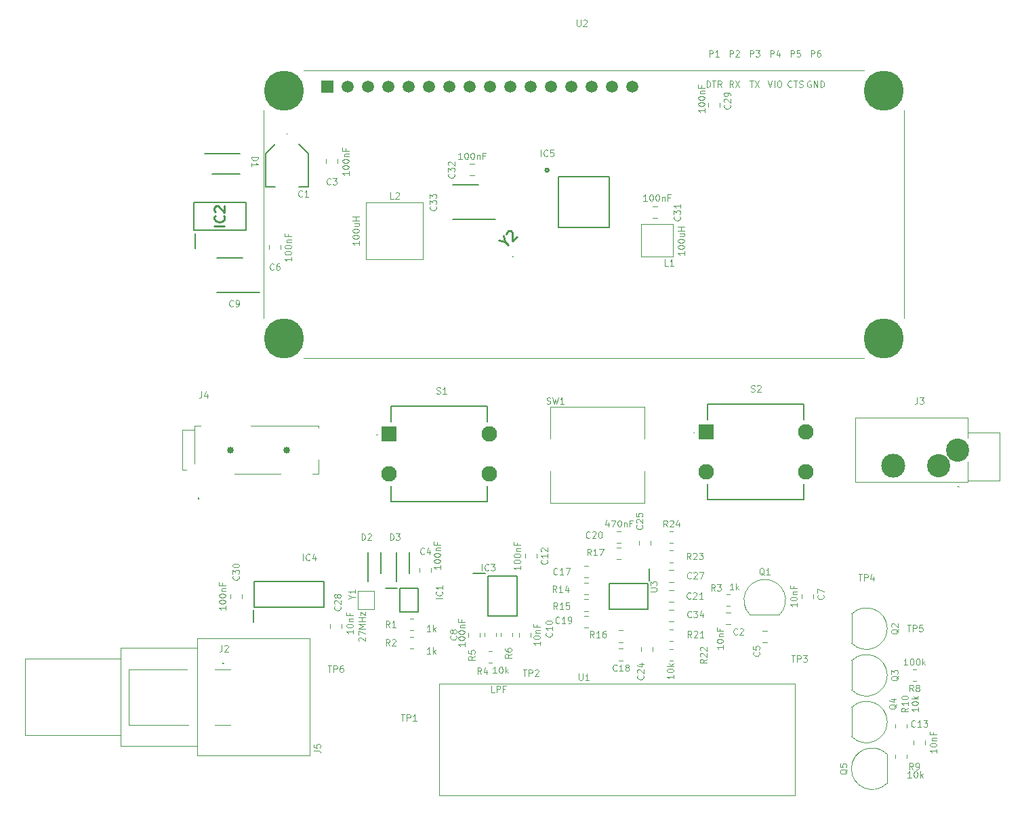
<source format=gbr>
%TF.GenerationSoftware,KiCad,Pcbnew,(6.0.0)*%
%TF.CreationDate,2022-01-14T09:31:31+02:00*%
%TF.ProjectId,uSDX_SMD,75534458-5f53-44d4-942e-6b696361645f,rev?*%
%TF.SameCoordinates,Original*%
%TF.FileFunction,Legend,Top*%
%TF.FilePolarity,Positive*%
%FSLAX46Y46*%
G04 Gerber Fmt 4.6, Leading zero omitted, Abs format (unit mm)*
G04 Created by KiCad (PCBNEW (6.0.0)) date 2022-01-14 09:31:31*
%MOMM*%
%LPD*%
G01*
G04 APERTURE LIST*
%ADD10C,0.100000*%
%ADD11C,0.254000*%
%ADD12C,0.120000*%
%ADD13C,0.200000*%
%ADD14C,0.050000*%
%ADD15C,0.850000*%
%ADD16C,2.900000*%
%ADD17C,3.000000*%
%ADD18R,1.950000X1.950000*%
%ADD19C,1.950000*%
%ADD20R,1.500000X1.500000*%
%ADD21C,1.500000*%
%ADD22C,5.000000*%
G04 APERTURE END LIST*
D10*
%TO.C,C2*%
X84194666Y-88833714D02*
X84156571Y-88871809D01*
X84042285Y-88909904D01*
X83966095Y-88909904D01*
X83851809Y-88871809D01*
X83775619Y-88795619D01*
X83737523Y-88719428D01*
X83699428Y-88567047D01*
X83699428Y-88452761D01*
X83737523Y-88300380D01*
X83775619Y-88224190D01*
X83851809Y-88148000D01*
X83966095Y-88109904D01*
X84042285Y-88109904D01*
X84156571Y-88148000D01*
X84194666Y-88186095D01*
X84499428Y-88186095D02*
X84537523Y-88148000D01*
X84613714Y-88109904D01*
X84804190Y-88109904D01*
X84880380Y-88148000D01*
X84918476Y-88186095D01*
X84956571Y-88262285D01*
X84956571Y-88338476D01*
X84918476Y-88452761D01*
X84461333Y-88909904D01*
X84956571Y-88909904D01*
X82419904Y-90232261D02*
X82419904Y-90689404D01*
X82419904Y-90460833D02*
X81619904Y-90460833D01*
X81734190Y-90537023D01*
X81810380Y-90613214D01*
X81848476Y-90689404D01*
X81619904Y-89737023D02*
X81619904Y-89660833D01*
X81658000Y-89584642D01*
X81696095Y-89546547D01*
X81772285Y-89508452D01*
X81924666Y-89470357D01*
X82115142Y-89470357D01*
X82267523Y-89508452D01*
X82343714Y-89546547D01*
X82381809Y-89584642D01*
X82419904Y-89660833D01*
X82419904Y-89737023D01*
X82381809Y-89813214D01*
X82343714Y-89851309D01*
X82267523Y-89889404D01*
X82115142Y-89927499D01*
X81924666Y-89927499D01*
X81772285Y-89889404D01*
X81696095Y-89851309D01*
X81658000Y-89813214D01*
X81619904Y-89737023D01*
X81886571Y-89127499D02*
X82419904Y-89127499D01*
X81962761Y-89127499D02*
X81924666Y-89089404D01*
X81886571Y-89013214D01*
X81886571Y-88898928D01*
X81924666Y-88822738D01*
X82000857Y-88784642D01*
X82419904Y-88784642D01*
X82000857Y-88137023D02*
X82000857Y-88403690D01*
X82419904Y-88403690D02*
X81619904Y-88403690D01*
X81619904Y-88022738D01*
%TO.C,C5*%
X86899714Y-91065333D02*
X86937809Y-91103428D01*
X86975904Y-91217714D01*
X86975904Y-91293904D01*
X86937809Y-91408190D01*
X86861619Y-91484380D01*
X86785428Y-91522476D01*
X86633047Y-91560571D01*
X86518761Y-91560571D01*
X86366380Y-91522476D01*
X86290190Y-91484380D01*
X86214000Y-91408190D01*
X86175904Y-91293904D01*
X86175904Y-91217714D01*
X86214000Y-91103428D01*
X86252095Y-91065333D01*
X86175904Y-90341523D02*
X86175904Y-90722476D01*
X86556857Y-90760571D01*
X86518761Y-90722476D01*
X86480666Y-90646285D01*
X86480666Y-90455809D01*
X86518761Y-90379619D01*
X86556857Y-90341523D01*
X86633047Y-90303428D01*
X86823523Y-90303428D01*
X86899714Y-90341523D01*
X86937809Y-90379619D01*
X86975904Y-90455809D01*
X86975904Y-90646285D01*
X86937809Y-90722476D01*
X86899714Y-90760571D01*
%TO.C,C7*%
X94929714Y-83953333D02*
X94967809Y-83991428D01*
X95005904Y-84105714D01*
X95005904Y-84181904D01*
X94967809Y-84296190D01*
X94891619Y-84372380D01*
X94815428Y-84410476D01*
X94663047Y-84448571D01*
X94548761Y-84448571D01*
X94396380Y-84410476D01*
X94320190Y-84372380D01*
X94244000Y-84296190D01*
X94205904Y-84181904D01*
X94205904Y-84105714D01*
X94244000Y-83991428D01*
X94282095Y-83953333D01*
X94205904Y-83686666D02*
X94205904Y-83153333D01*
X95005904Y-83496190D01*
X91645904Y-84931142D02*
X91645904Y-85388285D01*
X91645904Y-85159714D02*
X90845904Y-85159714D01*
X90960190Y-85235904D01*
X91036380Y-85312095D01*
X91074476Y-85388285D01*
X90845904Y-84435904D02*
X90845904Y-84359714D01*
X90884000Y-84283523D01*
X90922095Y-84245428D01*
X90998285Y-84207333D01*
X91150666Y-84169238D01*
X91341142Y-84169238D01*
X91493523Y-84207333D01*
X91569714Y-84245428D01*
X91607809Y-84283523D01*
X91645904Y-84359714D01*
X91645904Y-84435904D01*
X91607809Y-84512095D01*
X91569714Y-84550190D01*
X91493523Y-84588285D01*
X91341142Y-84626380D01*
X91150666Y-84626380D01*
X90998285Y-84588285D01*
X90922095Y-84550190D01*
X90884000Y-84512095D01*
X90845904Y-84435904D01*
X91112571Y-83826380D02*
X91645904Y-83826380D01*
X91188761Y-83826380D02*
X91150666Y-83788285D01*
X91112571Y-83712095D01*
X91112571Y-83597809D01*
X91150666Y-83521619D01*
X91226857Y-83483523D01*
X91645904Y-83483523D01*
X91226857Y-82835904D02*
X91226857Y-83102571D01*
X91645904Y-83102571D02*
X90845904Y-83102571D01*
X90845904Y-82721619D01*
%TO.C,C8*%
X49053714Y-89033333D02*
X49091809Y-89071428D01*
X49129904Y-89185714D01*
X49129904Y-89261904D01*
X49091809Y-89376190D01*
X49015619Y-89452380D01*
X48939428Y-89490476D01*
X48787047Y-89528571D01*
X48672761Y-89528571D01*
X48520380Y-89490476D01*
X48444190Y-89452380D01*
X48368000Y-89376190D01*
X48329904Y-89261904D01*
X48329904Y-89185714D01*
X48368000Y-89071428D01*
X48406095Y-89033333D01*
X48672761Y-88576190D02*
X48634666Y-88652380D01*
X48596571Y-88690476D01*
X48520380Y-88728571D01*
X48482285Y-88728571D01*
X48406095Y-88690476D01*
X48368000Y-88652380D01*
X48329904Y-88576190D01*
X48329904Y-88423809D01*
X48368000Y-88347619D01*
X48406095Y-88309523D01*
X48482285Y-88271428D01*
X48520380Y-88271428D01*
X48596571Y-88309523D01*
X48634666Y-88347619D01*
X48672761Y-88423809D01*
X48672761Y-88576190D01*
X48710857Y-88652380D01*
X48748952Y-88690476D01*
X48825142Y-88728571D01*
X48977523Y-88728571D01*
X49053714Y-88690476D01*
X49091809Y-88652380D01*
X49129904Y-88576190D01*
X49129904Y-88423809D01*
X49091809Y-88347619D01*
X49053714Y-88309523D01*
X48977523Y-88271428D01*
X48825142Y-88271428D01*
X48748952Y-88309523D01*
X48710857Y-88347619D01*
X48672761Y-88423809D01*
X50145904Y-89884095D02*
X50145904Y-90341238D01*
X50145904Y-90112666D02*
X49345904Y-90112666D01*
X49460190Y-90188857D01*
X49536380Y-90265047D01*
X49574476Y-90341238D01*
X49345904Y-89388857D02*
X49345904Y-89312666D01*
X49384000Y-89236476D01*
X49422095Y-89198380D01*
X49498285Y-89160285D01*
X49650666Y-89122190D01*
X49841142Y-89122190D01*
X49993523Y-89160285D01*
X50069714Y-89198380D01*
X50107809Y-89236476D01*
X50145904Y-89312666D01*
X50145904Y-89388857D01*
X50107809Y-89465047D01*
X50069714Y-89503142D01*
X49993523Y-89541238D01*
X49841142Y-89579333D01*
X49650666Y-89579333D01*
X49498285Y-89541238D01*
X49422095Y-89503142D01*
X49384000Y-89465047D01*
X49345904Y-89388857D01*
X49345904Y-88626952D02*
X49345904Y-88550761D01*
X49384000Y-88474571D01*
X49422095Y-88436476D01*
X49498285Y-88398380D01*
X49650666Y-88360285D01*
X49841142Y-88360285D01*
X49993523Y-88398380D01*
X50069714Y-88436476D01*
X50107809Y-88474571D01*
X50145904Y-88550761D01*
X50145904Y-88626952D01*
X50107809Y-88703142D01*
X50069714Y-88741238D01*
X49993523Y-88779333D01*
X49841142Y-88817428D01*
X49650666Y-88817428D01*
X49498285Y-88779333D01*
X49422095Y-88741238D01*
X49384000Y-88703142D01*
X49345904Y-88626952D01*
X49612571Y-88017428D02*
X50145904Y-88017428D01*
X49688761Y-88017428D02*
X49650666Y-87979333D01*
X49612571Y-87903142D01*
X49612571Y-87788857D01*
X49650666Y-87712666D01*
X49726857Y-87674571D01*
X50145904Y-87674571D01*
X49726857Y-87026952D02*
X49726857Y-87293619D01*
X50145904Y-87293619D02*
X49345904Y-87293619D01*
X49345904Y-86912666D01*
%TO.C,C10*%
X60991714Y-88652285D02*
X61029809Y-88690380D01*
X61067904Y-88804666D01*
X61067904Y-88880857D01*
X61029809Y-88995142D01*
X60953619Y-89071333D01*
X60877428Y-89109428D01*
X60725047Y-89147523D01*
X60610761Y-89147523D01*
X60458380Y-89109428D01*
X60382190Y-89071333D01*
X60306000Y-88995142D01*
X60267904Y-88880857D01*
X60267904Y-88804666D01*
X60306000Y-88690380D01*
X60344095Y-88652285D01*
X61067904Y-87890380D02*
X61067904Y-88347523D01*
X61067904Y-88118952D02*
X60267904Y-88118952D01*
X60382190Y-88195142D01*
X60458380Y-88271333D01*
X60496476Y-88347523D01*
X60267904Y-87395142D02*
X60267904Y-87318952D01*
X60306000Y-87242761D01*
X60344095Y-87204666D01*
X60420285Y-87166571D01*
X60572666Y-87128476D01*
X60763142Y-87128476D01*
X60915523Y-87166571D01*
X60991714Y-87204666D01*
X61029809Y-87242761D01*
X61067904Y-87318952D01*
X61067904Y-87395142D01*
X61029809Y-87471333D01*
X60991714Y-87509428D01*
X60915523Y-87547523D01*
X60763142Y-87585619D01*
X60572666Y-87585619D01*
X60420285Y-87547523D01*
X60344095Y-87509428D01*
X60306000Y-87471333D01*
X60267904Y-87395142D01*
X59543904Y-89757142D02*
X59543904Y-90214285D01*
X59543904Y-89985714D02*
X58743904Y-89985714D01*
X58858190Y-90061904D01*
X58934380Y-90138095D01*
X58972476Y-90214285D01*
X58743904Y-89261904D02*
X58743904Y-89185714D01*
X58782000Y-89109523D01*
X58820095Y-89071428D01*
X58896285Y-89033333D01*
X59048666Y-88995238D01*
X59239142Y-88995238D01*
X59391523Y-89033333D01*
X59467714Y-89071428D01*
X59505809Y-89109523D01*
X59543904Y-89185714D01*
X59543904Y-89261904D01*
X59505809Y-89338095D01*
X59467714Y-89376190D01*
X59391523Y-89414285D01*
X59239142Y-89452380D01*
X59048666Y-89452380D01*
X58896285Y-89414285D01*
X58820095Y-89376190D01*
X58782000Y-89338095D01*
X58743904Y-89261904D01*
X59010571Y-88652380D02*
X59543904Y-88652380D01*
X59086761Y-88652380D02*
X59048666Y-88614285D01*
X59010571Y-88538095D01*
X59010571Y-88423809D01*
X59048666Y-88347619D01*
X59124857Y-88309523D01*
X59543904Y-88309523D01*
X59124857Y-87661904D02*
X59124857Y-87928571D01*
X59543904Y-87928571D02*
X58743904Y-87928571D01*
X58743904Y-87547619D01*
%TO.C,C12*%
X60385714Y-79574285D02*
X60423809Y-79612380D01*
X60461904Y-79726666D01*
X60461904Y-79802857D01*
X60423809Y-79917142D01*
X60347619Y-79993333D01*
X60271428Y-80031428D01*
X60119047Y-80069523D01*
X60004761Y-80069523D01*
X59852380Y-80031428D01*
X59776190Y-79993333D01*
X59700000Y-79917142D01*
X59661904Y-79802857D01*
X59661904Y-79726666D01*
X59700000Y-79612380D01*
X59738095Y-79574285D01*
X60461904Y-78812380D02*
X60461904Y-79269523D01*
X60461904Y-79040952D02*
X59661904Y-79040952D01*
X59776190Y-79117142D01*
X59852380Y-79193333D01*
X59890476Y-79269523D01*
X59738095Y-78507619D02*
X59700000Y-78469523D01*
X59661904Y-78393333D01*
X59661904Y-78202857D01*
X59700000Y-78126666D01*
X59738095Y-78088571D01*
X59814285Y-78050476D01*
X59890476Y-78050476D01*
X60004761Y-78088571D01*
X60461904Y-78545714D01*
X60461904Y-78050476D01*
X57101904Y-80298095D02*
X57101904Y-80755238D01*
X57101904Y-80526666D02*
X56301904Y-80526666D01*
X56416190Y-80602857D01*
X56492380Y-80679047D01*
X56530476Y-80755238D01*
X56301904Y-79802857D02*
X56301904Y-79726666D01*
X56340000Y-79650476D01*
X56378095Y-79612380D01*
X56454285Y-79574285D01*
X56606666Y-79536190D01*
X56797142Y-79536190D01*
X56949523Y-79574285D01*
X57025714Y-79612380D01*
X57063809Y-79650476D01*
X57101904Y-79726666D01*
X57101904Y-79802857D01*
X57063809Y-79879047D01*
X57025714Y-79917142D01*
X56949523Y-79955238D01*
X56797142Y-79993333D01*
X56606666Y-79993333D01*
X56454285Y-79955238D01*
X56378095Y-79917142D01*
X56340000Y-79879047D01*
X56301904Y-79802857D01*
X56301904Y-79040952D02*
X56301904Y-78964761D01*
X56340000Y-78888571D01*
X56378095Y-78850476D01*
X56454285Y-78812380D01*
X56606666Y-78774285D01*
X56797142Y-78774285D01*
X56949523Y-78812380D01*
X57025714Y-78850476D01*
X57063809Y-78888571D01*
X57101904Y-78964761D01*
X57101904Y-79040952D01*
X57063809Y-79117142D01*
X57025714Y-79155238D01*
X56949523Y-79193333D01*
X56797142Y-79231428D01*
X56606666Y-79231428D01*
X56454285Y-79193333D01*
X56378095Y-79155238D01*
X56340000Y-79117142D01*
X56301904Y-79040952D01*
X56568571Y-78431428D02*
X57101904Y-78431428D01*
X56644761Y-78431428D02*
X56606666Y-78393333D01*
X56568571Y-78317142D01*
X56568571Y-78202857D01*
X56606666Y-78126666D01*
X56682857Y-78088571D01*
X57101904Y-78088571D01*
X56682857Y-77440952D02*
X56682857Y-77707619D01*
X57101904Y-77707619D02*
X56301904Y-77707619D01*
X56301904Y-77326666D01*
%TO.C,C13*%
X106419714Y-100361714D02*
X106381619Y-100399809D01*
X106267333Y-100437904D01*
X106191142Y-100437904D01*
X106076857Y-100399809D01*
X106000666Y-100323619D01*
X105962571Y-100247428D01*
X105924476Y-100095047D01*
X105924476Y-99980761D01*
X105962571Y-99828380D01*
X106000666Y-99752190D01*
X106076857Y-99676000D01*
X106191142Y-99637904D01*
X106267333Y-99637904D01*
X106381619Y-99676000D01*
X106419714Y-99714095D01*
X107181619Y-100437904D02*
X106724476Y-100437904D01*
X106953047Y-100437904D02*
X106953047Y-99637904D01*
X106876857Y-99752190D01*
X106800666Y-99828380D01*
X106724476Y-99866476D01*
X107448285Y-99637904D02*
X107943523Y-99637904D01*
X107676857Y-99942666D01*
X107791142Y-99942666D01*
X107867333Y-99980761D01*
X107905428Y-100018857D01*
X107943523Y-100095047D01*
X107943523Y-100285523D01*
X107905428Y-100361714D01*
X107867333Y-100399809D01*
X107791142Y-100437904D01*
X107562571Y-100437904D01*
X107486380Y-100399809D01*
X107448285Y-100361714D01*
X109073904Y-103219142D02*
X109073904Y-103676285D01*
X109073904Y-103447714D02*
X108273904Y-103447714D01*
X108388190Y-103523904D01*
X108464380Y-103600095D01*
X108502476Y-103676285D01*
X108273904Y-102723904D02*
X108273904Y-102647714D01*
X108312000Y-102571523D01*
X108350095Y-102533428D01*
X108426285Y-102495333D01*
X108578666Y-102457238D01*
X108769142Y-102457238D01*
X108921523Y-102495333D01*
X108997714Y-102533428D01*
X109035809Y-102571523D01*
X109073904Y-102647714D01*
X109073904Y-102723904D01*
X109035809Y-102800095D01*
X108997714Y-102838190D01*
X108921523Y-102876285D01*
X108769142Y-102914380D01*
X108578666Y-102914380D01*
X108426285Y-102876285D01*
X108350095Y-102838190D01*
X108312000Y-102800095D01*
X108273904Y-102723904D01*
X108540571Y-102114380D02*
X109073904Y-102114380D01*
X108616761Y-102114380D02*
X108578666Y-102076285D01*
X108540571Y-102000095D01*
X108540571Y-101885809D01*
X108578666Y-101809619D01*
X108654857Y-101771523D01*
X109073904Y-101771523D01*
X108654857Y-101123904D02*
X108654857Y-101390571D01*
X109073904Y-101390571D02*
X108273904Y-101390571D01*
X108273904Y-101009619D01*
%TO.C,C30*%
X21875714Y-81540285D02*
X21913809Y-81578380D01*
X21951904Y-81692666D01*
X21951904Y-81768857D01*
X21913809Y-81883142D01*
X21837619Y-81959333D01*
X21761428Y-81997428D01*
X21609047Y-82035523D01*
X21494761Y-82035523D01*
X21342380Y-81997428D01*
X21266190Y-81959333D01*
X21190000Y-81883142D01*
X21151904Y-81768857D01*
X21151904Y-81692666D01*
X21190000Y-81578380D01*
X21228095Y-81540285D01*
X21151904Y-81273619D02*
X21151904Y-80778380D01*
X21456666Y-81045047D01*
X21456666Y-80930761D01*
X21494761Y-80854571D01*
X21532857Y-80816476D01*
X21609047Y-80778380D01*
X21799523Y-80778380D01*
X21875714Y-80816476D01*
X21913809Y-80854571D01*
X21951904Y-80930761D01*
X21951904Y-81159333D01*
X21913809Y-81235523D01*
X21875714Y-81273619D01*
X21151904Y-80283142D02*
X21151904Y-80206952D01*
X21190000Y-80130761D01*
X21228095Y-80092666D01*
X21304285Y-80054571D01*
X21456666Y-80016476D01*
X21647142Y-80016476D01*
X21799523Y-80054571D01*
X21875714Y-80092666D01*
X21913809Y-80130761D01*
X21951904Y-80206952D01*
X21951904Y-80283142D01*
X21913809Y-80359333D01*
X21875714Y-80397428D01*
X21799523Y-80435523D01*
X21647142Y-80473619D01*
X21456666Y-80473619D01*
X21304285Y-80435523D01*
X21228095Y-80397428D01*
X21190000Y-80359333D01*
X21151904Y-80283142D01*
X20271904Y-85312095D02*
X20271904Y-85769238D01*
X20271904Y-85540666D02*
X19471904Y-85540666D01*
X19586190Y-85616857D01*
X19662380Y-85693047D01*
X19700476Y-85769238D01*
X19471904Y-84816857D02*
X19471904Y-84740666D01*
X19510000Y-84664476D01*
X19548095Y-84626380D01*
X19624285Y-84588285D01*
X19776666Y-84550190D01*
X19967142Y-84550190D01*
X20119523Y-84588285D01*
X20195714Y-84626380D01*
X20233809Y-84664476D01*
X20271904Y-84740666D01*
X20271904Y-84816857D01*
X20233809Y-84893047D01*
X20195714Y-84931142D01*
X20119523Y-84969238D01*
X19967142Y-85007333D01*
X19776666Y-85007333D01*
X19624285Y-84969238D01*
X19548095Y-84931142D01*
X19510000Y-84893047D01*
X19471904Y-84816857D01*
X19471904Y-84054952D02*
X19471904Y-83978761D01*
X19510000Y-83902571D01*
X19548095Y-83864476D01*
X19624285Y-83826380D01*
X19776666Y-83788285D01*
X19967142Y-83788285D01*
X20119523Y-83826380D01*
X20195714Y-83864476D01*
X20233809Y-83902571D01*
X20271904Y-83978761D01*
X20271904Y-84054952D01*
X20233809Y-84131142D01*
X20195714Y-84169238D01*
X20119523Y-84207333D01*
X19967142Y-84245428D01*
X19776666Y-84245428D01*
X19624285Y-84207333D01*
X19548095Y-84169238D01*
X19510000Y-84131142D01*
X19471904Y-84054952D01*
X19738571Y-83445428D02*
X20271904Y-83445428D01*
X19814761Y-83445428D02*
X19776666Y-83407333D01*
X19738571Y-83331142D01*
X19738571Y-83216857D01*
X19776666Y-83140666D01*
X19852857Y-83102571D01*
X20271904Y-83102571D01*
X19852857Y-82454952D02*
X19852857Y-82721619D01*
X20271904Y-82721619D02*
X19471904Y-82721619D01*
X19471904Y-82340666D01*
%TO.C,IC3*%
X52305047Y-80879904D02*
X52305047Y-80079904D01*
X53143142Y-80803714D02*
X53105047Y-80841809D01*
X52990761Y-80879904D01*
X52914571Y-80879904D01*
X52800285Y-80841809D01*
X52724095Y-80765619D01*
X52686000Y-80689428D01*
X52647904Y-80537047D01*
X52647904Y-80422761D01*
X52686000Y-80270380D01*
X52724095Y-80194190D01*
X52800285Y-80118000D01*
X52914571Y-80079904D01*
X52990761Y-80079904D01*
X53105047Y-80118000D01*
X53143142Y-80156095D01*
X53409809Y-80079904D02*
X53905047Y-80079904D01*
X53638380Y-80384666D01*
X53752666Y-80384666D01*
X53828857Y-80422761D01*
X53866952Y-80460857D01*
X53905047Y-80537047D01*
X53905047Y-80727523D01*
X53866952Y-80803714D01*
X53828857Y-80841809D01*
X53752666Y-80879904D01*
X53524095Y-80879904D01*
X53447904Y-80841809D01*
X53409809Y-80803714D01*
%TO.C,IC4*%
X29953047Y-79609904D02*
X29953047Y-78809904D01*
X30791142Y-79533714D02*
X30753047Y-79571809D01*
X30638761Y-79609904D01*
X30562571Y-79609904D01*
X30448285Y-79571809D01*
X30372095Y-79495619D01*
X30334000Y-79419428D01*
X30295904Y-79267047D01*
X30295904Y-79152761D01*
X30334000Y-79000380D01*
X30372095Y-78924190D01*
X30448285Y-78848000D01*
X30562571Y-78809904D01*
X30638761Y-78809904D01*
X30753047Y-78848000D01*
X30791142Y-78886095D01*
X31476857Y-79076571D02*
X31476857Y-79609904D01*
X31286380Y-78771809D02*
X31095904Y-79343238D01*
X31591142Y-79343238D01*
%TO.C,J2*%
X19799333Y-90239904D02*
X19799333Y-90811333D01*
X19761238Y-90925619D01*
X19685047Y-91001809D01*
X19570761Y-91039904D01*
X19494571Y-91039904D01*
X20142190Y-90316095D02*
X20180285Y-90278000D01*
X20256476Y-90239904D01*
X20446952Y-90239904D01*
X20523142Y-90278000D01*
X20561238Y-90316095D01*
X20599333Y-90392285D01*
X20599333Y-90468476D01*
X20561238Y-90582761D01*
X20104095Y-91039904D01*
X20599333Y-91039904D01*
%TO.C,P1*%
X80689523Y-16617904D02*
X80689523Y-15817904D01*
X80994285Y-15817904D01*
X81070476Y-15856000D01*
X81108571Y-15894095D01*
X81146666Y-15970285D01*
X81146666Y-16084571D01*
X81108571Y-16160761D01*
X81070476Y-16198857D01*
X80994285Y-16236952D01*
X80689523Y-16236952D01*
X81908571Y-16617904D02*
X81451428Y-16617904D01*
X81680000Y-16617904D02*
X81680000Y-15817904D01*
X81603809Y-15932190D01*
X81527619Y-16008380D01*
X81451428Y-16046476D01*
X80365714Y-20418653D02*
X80365714Y-19618653D01*
X80556190Y-19618653D01*
X80670476Y-19656749D01*
X80746666Y-19732939D01*
X80784761Y-19809129D01*
X80822857Y-19961510D01*
X80822857Y-20075796D01*
X80784761Y-20228177D01*
X80746666Y-20304368D01*
X80670476Y-20380558D01*
X80556190Y-20418653D01*
X80365714Y-20418653D01*
X81051428Y-19618653D02*
X81508571Y-19618653D01*
X81280000Y-20418653D02*
X81280000Y-19618653D01*
X82232380Y-20418653D02*
X81965714Y-20037701D01*
X81775238Y-20418653D02*
X81775238Y-19618653D01*
X82080000Y-19618653D01*
X82156190Y-19656749D01*
X82194285Y-19694844D01*
X82232380Y-19771034D01*
X82232380Y-19885320D01*
X82194285Y-19961510D01*
X82156190Y-19999606D01*
X82080000Y-20037701D01*
X81775238Y-20037701D01*
%TO.C,P4*%
X88309523Y-16617904D02*
X88309523Y-15817904D01*
X88614285Y-15817904D01*
X88690476Y-15856000D01*
X88728571Y-15894095D01*
X88766666Y-15970285D01*
X88766666Y-16084571D01*
X88728571Y-16160761D01*
X88690476Y-16198857D01*
X88614285Y-16236952D01*
X88309523Y-16236952D01*
X89452380Y-16084571D02*
X89452380Y-16617904D01*
X89261904Y-15779809D02*
X89071428Y-16351238D01*
X89566666Y-16351238D01*
X88023809Y-19618653D02*
X88290476Y-20418653D01*
X88557142Y-19618653D01*
X88823809Y-20418653D02*
X88823809Y-19618653D01*
X89357142Y-19618653D02*
X89509523Y-19618653D01*
X89585714Y-19656749D01*
X89661904Y-19732939D01*
X89700000Y-19885320D01*
X89700000Y-20151987D01*
X89661904Y-20304368D01*
X89585714Y-20380558D01*
X89509523Y-20418653D01*
X89357142Y-20418653D01*
X89280952Y-20380558D01*
X89204761Y-20304368D01*
X89166666Y-20151987D01*
X89166666Y-19885320D01*
X89204761Y-19732939D01*
X89280952Y-19656749D01*
X89357142Y-19618653D01*
%TO.C,P5*%
X90849523Y-16617904D02*
X90849523Y-15817904D01*
X91154285Y-15817904D01*
X91230476Y-15856000D01*
X91268571Y-15894095D01*
X91306666Y-15970285D01*
X91306666Y-16084571D01*
X91268571Y-16160761D01*
X91230476Y-16198857D01*
X91154285Y-16236952D01*
X90849523Y-16236952D01*
X92030476Y-15817904D02*
X91649523Y-15817904D01*
X91611428Y-16198857D01*
X91649523Y-16160761D01*
X91725714Y-16122666D01*
X91916190Y-16122666D01*
X91992380Y-16160761D01*
X92030476Y-16198857D01*
X92068571Y-16275047D01*
X92068571Y-16465523D01*
X92030476Y-16541714D01*
X91992380Y-16579809D01*
X91916190Y-16617904D01*
X91725714Y-16617904D01*
X91649523Y-16579809D01*
X91611428Y-16541714D01*
X91001904Y-20342463D02*
X90963809Y-20380558D01*
X90849523Y-20418653D01*
X90773333Y-20418653D01*
X90659047Y-20380558D01*
X90582857Y-20304368D01*
X90544761Y-20228177D01*
X90506666Y-20075796D01*
X90506666Y-19961510D01*
X90544761Y-19809129D01*
X90582857Y-19732939D01*
X90659047Y-19656749D01*
X90773333Y-19618653D01*
X90849523Y-19618653D01*
X90963809Y-19656749D01*
X91001904Y-19694844D01*
X91230476Y-19618653D02*
X91687619Y-19618653D01*
X91459047Y-20418653D02*
X91459047Y-19618653D01*
X91916190Y-20380558D02*
X92030476Y-20418653D01*
X92220952Y-20418653D01*
X92297142Y-20380558D01*
X92335238Y-20342463D01*
X92373333Y-20266272D01*
X92373333Y-20190082D01*
X92335238Y-20113891D01*
X92297142Y-20075796D01*
X92220952Y-20037701D01*
X92068571Y-19999606D01*
X91992380Y-19961510D01*
X91954285Y-19923415D01*
X91916190Y-19847225D01*
X91916190Y-19771034D01*
X91954285Y-19694844D01*
X91992380Y-19656749D01*
X92068571Y-19618653D01*
X92259047Y-19618653D01*
X92373333Y-19656749D01*
%TO.C,P6*%
X93389523Y-16617904D02*
X93389523Y-15817904D01*
X93694285Y-15817904D01*
X93770476Y-15856000D01*
X93808571Y-15894095D01*
X93846666Y-15970285D01*
X93846666Y-16084571D01*
X93808571Y-16160761D01*
X93770476Y-16198857D01*
X93694285Y-16236952D01*
X93389523Y-16236952D01*
X94532380Y-15817904D02*
X94380000Y-15817904D01*
X94303809Y-15856000D01*
X94265714Y-15894095D01*
X94189523Y-16008380D01*
X94151428Y-16160761D01*
X94151428Y-16465523D01*
X94189523Y-16541714D01*
X94227619Y-16579809D01*
X94303809Y-16617904D01*
X94456190Y-16617904D01*
X94532380Y-16579809D01*
X94570476Y-16541714D01*
X94608571Y-16465523D01*
X94608571Y-16275047D01*
X94570476Y-16198857D01*
X94532380Y-16160761D01*
X94456190Y-16122666D01*
X94303809Y-16122666D01*
X94227619Y-16160761D01*
X94189523Y-16198857D01*
X94151428Y-16275047D01*
X93370476Y-19656749D02*
X93294285Y-19618653D01*
X93180000Y-19618653D01*
X93065714Y-19656749D01*
X92989523Y-19732939D01*
X92951428Y-19809129D01*
X92913333Y-19961510D01*
X92913333Y-20075796D01*
X92951428Y-20228177D01*
X92989523Y-20304368D01*
X93065714Y-20380558D01*
X93180000Y-20418653D01*
X93256190Y-20418653D01*
X93370476Y-20380558D01*
X93408571Y-20342463D01*
X93408571Y-20075796D01*
X93256190Y-20075796D01*
X93751428Y-20418653D02*
X93751428Y-19618653D01*
X94208571Y-20418653D01*
X94208571Y-19618653D01*
X94589523Y-20418653D02*
X94589523Y-19618653D01*
X94780000Y-19618653D01*
X94894285Y-19656749D01*
X94970476Y-19732939D01*
X95008571Y-19809129D01*
X95046666Y-19961510D01*
X95046666Y-20075796D01*
X95008571Y-20228177D01*
X94970476Y-20304368D01*
X94894285Y-20380558D01*
X94780000Y-20418653D01*
X94589523Y-20418653D01*
%TO.C,Q1*%
X87553809Y-81460095D02*
X87477619Y-81422000D01*
X87401428Y-81345809D01*
X87287142Y-81231523D01*
X87210952Y-81193428D01*
X87134761Y-81193428D01*
X87172857Y-81383904D02*
X87096666Y-81345809D01*
X87020476Y-81269619D01*
X86982380Y-81117238D01*
X86982380Y-80850571D01*
X87020476Y-80698190D01*
X87096666Y-80622000D01*
X87172857Y-80583904D01*
X87325238Y-80583904D01*
X87401428Y-80622000D01*
X87477619Y-80698190D01*
X87515714Y-80850571D01*
X87515714Y-81117238D01*
X87477619Y-81269619D01*
X87401428Y-81345809D01*
X87325238Y-81383904D01*
X87172857Y-81383904D01*
X88277619Y-81383904D02*
X87820476Y-81383904D01*
X88049047Y-81383904D02*
X88049047Y-80583904D01*
X87972857Y-80698190D01*
X87896666Y-80774380D01*
X87820476Y-80812476D01*
%TO.C,Q2*%
X104328095Y-88214190D02*
X104290000Y-88290380D01*
X104213809Y-88366571D01*
X104099523Y-88480857D01*
X104061428Y-88557047D01*
X104061428Y-88633238D01*
X104251904Y-88595142D02*
X104213809Y-88671333D01*
X104137619Y-88747523D01*
X103985238Y-88785619D01*
X103718571Y-88785619D01*
X103566190Y-88747523D01*
X103490000Y-88671333D01*
X103451904Y-88595142D01*
X103451904Y-88442761D01*
X103490000Y-88366571D01*
X103566190Y-88290380D01*
X103718571Y-88252285D01*
X103985238Y-88252285D01*
X104137619Y-88290380D01*
X104213809Y-88366571D01*
X104251904Y-88442761D01*
X104251904Y-88595142D01*
X103528095Y-87947523D02*
X103490000Y-87909428D01*
X103451904Y-87833238D01*
X103451904Y-87642761D01*
X103490000Y-87566571D01*
X103528095Y-87528476D01*
X103604285Y-87490380D01*
X103680476Y-87490380D01*
X103794761Y-87528476D01*
X104251904Y-87985619D01*
X104251904Y-87490380D01*
%TO.C,Q3*%
X104328095Y-94056190D02*
X104290000Y-94132380D01*
X104213809Y-94208571D01*
X104099523Y-94322857D01*
X104061428Y-94399047D01*
X104061428Y-94475238D01*
X104251904Y-94437142D02*
X104213809Y-94513333D01*
X104137619Y-94589523D01*
X103985238Y-94627619D01*
X103718571Y-94627619D01*
X103566190Y-94589523D01*
X103490000Y-94513333D01*
X103451904Y-94437142D01*
X103451904Y-94284761D01*
X103490000Y-94208571D01*
X103566190Y-94132380D01*
X103718571Y-94094285D01*
X103985238Y-94094285D01*
X104137619Y-94132380D01*
X104213809Y-94208571D01*
X104251904Y-94284761D01*
X104251904Y-94437142D01*
X103451904Y-93827619D02*
X103451904Y-93332380D01*
X103756666Y-93599047D01*
X103756666Y-93484761D01*
X103794761Y-93408571D01*
X103832857Y-93370476D01*
X103909047Y-93332380D01*
X104099523Y-93332380D01*
X104175714Y-93370476D01*
X104213809Y-93408571D01*
X104251904Y-93484761D01*
X104251904Y-93713333D01*
X104213809Y-93789523D01*
X104175714Y-93827619D01*
%TO.C,Q4*%
X104070095Y-97612190D02*
X104032000Y-97688380D01*
X103955809Y-97764571D01*
X103841523Y-97878857D01*
X103803428Y-97955047D01*
X103803428Y-98031238D01*
X103993904Y-97993142D02*
X103955809Y-98069333D01*
X103879619Y-98145523D01*
X103727238Y-98183619D01*
X103460571Y-98183619D01*
X103308190Y-98145523D01*
X103232000Y-98069333D01*
X103193904Y-97993142D01*
X103193904Y-97840761D01*
X103232000Y-97764571D01*
X103308190Y-97688380D01*
X103460571Y-97650285D01*
X103727238Y-97650285D01*
X103879619Y-97688380D01*
X103955809Y-97764571D01*
X103993904Y-97840761D01*
X103993904Y-97993142D01*
X103460571Y-96964571D02*
X103993904Y-96964571D01*
X103155809Y-97155047D02*
X103727238Y-97345523D01*
X103727238Y-96850285D01*
%TO.C,Q5*%
X97928095Y-105740190D02*
X97890000Y-105816380D01*
X97813809Y-105892571D01*
X97699523Y-106006857D01*
X97661428Y-106083047D01*
X97661428Y-106159238D01*
X97851904Y-106121142D02*
X97813809Y-106197333D01*
X97737619Y-106273523D01*
X97585238Y-106311619D01*
X97318571Y-106311619D01*
X97166190Y-106273523D01*
X97090000Y-106197333D01*
X97051904Y-106121142D01*
X97051904Y-105968761D01*
X97090000Y-105892571D01*
X97166190Y-105816380D01*
X97318571Y-105778285D01*
X97585238Y-105778285D01*
X97737619Y-105816380D01*
X97813809Y-105892571D01*
X97851904Y-105968761D01*
X97851904Y-106121142D01*
X97051904Y-105054476D02*
X97051904Y-105435428D01*
X97432857Y-105473523D01*
X97394761Y-105435428D01*
X97356666Y-105359238D01*
X97356666Y-105168761D01*
X97394761Y-105092571D01*
X97432857Y-105054476D01*
X97509047Y-105016380D01*
X97699523Y-105016380D01*
X97775714Y-105054476D01*
X97813809Y-105092571D01*
X97851904Y-105168761D01*
X97851904Y-105359238D01*
X97813809Y-105435428D01*
X97775714Y-105473523D01*
%TO.C,R3*%
X81400666Y-83419904D02*
X81134000Y-83038952D01*
X80943523Y-83419904D02*
X80943523Y-82619904D01*
X81248285Y-82619904D01*
X81324476Y-82658000D01*
X81362571Y-82696095D01*
X81400666Y-82772285D01*
X81400666Y-82886571D01*
X81362571Y-82962761D01*
X81324476Y-83000857D01*
X81248285Y-83038952D01*
X80943523Y-83038952D01*
X81667333Y-82619904D02*
X82162571Y-82619904D01*
X81895904Y-82924666D01*
X82010190Y-82924666D01*
X82086380Y-82962761D01*
X82124476Y-83000857D01*
X82162571Y-83077047D01*
X82162571Y-83267523D01*
X82124476Y-83343714D01*
X82086380Y-83381809D01*
X82010190Y-83419904D01*
X81781619Y-83419904D01*
X81705428Y-83381809D01*
X81667333Y-83343714D01*
X83724761Y-83293904D02*
X83267619Y-83293904D01*
X83496190Y-83293904D02*
X83496190Y-82493904D01*
X83420000Y-82608190D01*
X83343809Y-82684380D01*
X83267619Y-82722476D01*
X84067619Y-83293904D02*
X84067619Y-82493904D01*
X84143809Y-82989142D02*
X84372380Y-83293904D01*
X84372380Y-82760571D02*
X84067619Y-83065333D01*
%TO.C,R4*%
X52190666Y-93833904D02*
X51924000Y-93452952D01*
X51733523Y-93833904D02*
X51733523Y-93033904D01*
X52038285Y-93033904D01*
X52114476Y-93072000D01*
X52152571Y-93110095D01*
X52190666Y-93186285D01*
X52190666Y-93300571D01*
X52152571Y-93376761D01*
X52114476Y-93414857D01*
X52038285Y-93452952D01*
X51733523Y-93452952D01*
X52876380Y-93300571D02*
X52876380Y-93833904D01*
X52685904Y-92995809D02*
X52495428Y-93567238D01*
X52990666Y-93567238D01*
X54133809Y-93705904D02*
X53676666Y-93705904D01*
X53905238Y-93705904D02*
X53905238Y-92905904D01*
X53829047Y-93020190D01*
X53752857Y-93096380D01*
X53676666Y-93134476D01*
X54629047Y-92905904D02*
X54705238Y-92905904D01*
X54781428Y-92944000D01*
X54819523Y-92982095D01*
X54857619Y-93058285D01*
X54895714Y-93210666D01*
X54895714Y-93401142D01*
X54857619Y-93553523D01*
X54819523Y-93629714D01*
X54781428Y-93667809D01*
X54705238Y-93705904D01*
X54629047Y-93705904D01*
X54552857Y-93667809D01*
X54514761Y-93629714D01*
X54476666Y-93553523D01*
X54438571Y-93401142D01*
X54438571Y-93210666D01*
X54476666Y-93058285D01*
X54514761Y-92982095D01*
X54552857Y-92944000D01*
X54629047Y-92905904D01*
X55238571Y-93705904D02*
X55238571Y-92905904D01*
X55314761Y-93401142D02*
X55543333Y-93705904D01*
X55543333Y-93172571D02*
X55238571Y-93477333D01*
%TO.C,R5*%
X51415904Y-91573333D02*
X51034952Y-91840000D01*
X51415904Y-92030476D02*
X50615904Y-92030476D01*
X50615904Y-91725714D01*
X50654000Y-91649523D01*
X50692095Y-91611428D01*
X50768285Y-91573333D01*
X50882571Y-91573333D01*
X50958761Y-91611428D01*
X50996857Y-91649523D01*
X51034952Y-91725714D01*
X51034952Y-92030476D01*
X50615904Y-90849523D02*
X50615904Y-91230476D01*
X50996857Y-91268571D01*
X50958761Y-91230476D01*
X50920666Y-91154285D01*
X50920666Y-90963809D01*
X50958761Y-90887619D01*
X50996857Y-90849523D01*
X51073047Y-90811428D01*
X51263523Y-90811428D01*
X51339714Y-90849523D01*
X51377809Y-90887619D01*
X51415904Y-90963809D01*
X51415904Y-91154285D01*
X51377809Y-91230476D01*
X51339714Y-91268571D01*
%TO.C,R6*%
X55987904Y-91319333D02*
X55606952Y-91586000D01*
X55987904Y-91776476D02*
X55187904Y-91776476D01*
X55187904Y-91471714D01*
X55226000Y-91395523D01*
X55264095Y-91357428D01*
X55340285Y-91319333D01*
X55454571Y-91319333D01*
X55530761Y-91357428D01*
X55568857Y-91395523D01*
X55606952Y-91471714D01*
X55606952Y-91776476D01*
X55187904Y-90633619D02*
X55187904Y-90786000D01*
X55226000Y-90862190D01*
X55264095Y-90900285D01*
X55378380Y-90976476D01*
X55530761Y-91014571D01*
X55835523Y-91014571D01*
X55911714Y-90976476D01*
X55949809Y-90938380D01*
X55987904Y-90862190D01*
X55987904Y-90709809D01*
X55949809Y-90633619D01*
X55911714Y-90595523D01*
X55835523Y-90557428D01*
X55645047Y-90557428D01*
X55568857Y-90595523D01*
X55530761Y-90633619D01*
X55492666Y-90709809D01*
X55492666Y-90862190D01*
X55530761Y-90938380D01*
X55568857Y-90976476D01*
X55645047Y-91014571D01*
%TO.C,R8*%
X106189166Y-95991904D02*
X105922500Y-95610952D01*
X105732023Y-95991904D02*
X105732023Y-95191904D01*
X106036785Y-95191904D01*
X106112976Y-95230000D01*
X106151071Y-95268095D01*
X106189166Y-95344285D01*
X106189166Y-95458571D01*
X106151071Y-95534761D01*
X106112976Y-95572857D01*
X106036785Y-95610952D01*
X105732023Y-95610952D01*
X106646309Y-95534761D02*
X106570119Y-95496666D01*
X106532023Y-95458571D01*
X106493928Y-95382380D01*
X106493928Y-95344285D01*
X106532023Y-95268095D01*
X106570119Y-95230000D01*
X106646309Y-95191904D01*
X106798690Y-95191904D01*
X106874880Y-95230000D01*
X106912976Y-95268095D01*
X106951071Y-95344285D01*
X106951071Y-95382380D01*
X106912976Y-95458571D01*
X106874880Y-95496666D01*
X106798690Y-95534761D01*
X106646309Y-95534761D01*
X106570119Y-95572857D01*
X106532023Y-95610952D01*
X106493928Y-95687142D01*
X106493928Y-95839523D01*
X106532023Y-95915714D01*
X106570119Y-95953809D01*
X106646309Y-95991904D01*
X106798690Y-95991904D01*
X106874880Y-95953809D01*
X106912976Y-95915714D01*
X106951071Y-95839523D01*
X106951071Y-95687142D01*
X106912976Y-95610952D01*
X106874880Y-95572857D01*
X106798690Y-95534761D01*
X105465357Y-92691904D02*
X105008214Y-92691904D01*
X105236785Y-92691904D02*
X105236785Y-91891904D01*
X105160595Y-92006190D01*
X105084404Y-92082380D01*
X105008214Y-92120476D01*
X105960595Y-91891904D02*
X106036785Y-91891904D01*
X106112976Y-91930000D01*
X106151071Y-91968095D01*
X106189166Y-92044285D01*
X106227261Y-92196666D01*
X106227261Y-92387142D01*
X106189166Y-92539523D01*
X106151071Y-92615714D01*
X106112976Y-92653809D01*
X106036785Y-92691904D01*
X105960595Y-92691904D01*
X105884404Y-92653809D01*
X105846309Y-92615714D01*
X105808214Y-92539523D01*
X105770119Y-92387142D01*
X105770119Y-92196666D01*
X105808214Y-92044285D01*
X105846309Y-91968095D01*
X105884404Y-91930000D01*
X105960595Y-91891904D01*
X106722500Y-91891904D02*
X106798690Y-91891904D01*
X106874880Y-91930000D01*
X106912976Y-91968095D01*
X106951071Y-92044285D01*
X106989166Y-92196666D01*
X106989166Y-92387142D01*
X106951071Y-92539523D01*
X106912976Y-92615714D01*
X106874880Y-92653809D01*
X106798690Y-92691904D01*
X106722500Y-92691904D01*
X106646309Y-92653809D01*
X106608214Y-92615714D01*
X106570119Y-92539523D01*
X106532023Y-92387142D01*
X106532023Y-92196666D01*
X106570119Y-92044285D01*
X106608214Y-91968095D01*
X106646309Y-91930000D01*
X106722500Y-91891904D01*
X107332023Y-92691904D02*
X107332023Y-91891904D01*
X107408214Y-92387142D02*
X107636785Y-92691904D01*
X107636785Y-92158571D02*
X107332023Y-92463333D01*
%TO.C,R9*%
X106164666Y-105771904D02*
X105898000Y-105390952D01*
X105707523Y-105771904D02*
X105707523Y-104971904D01*
X106012285Y-104971904D01*
X106088476Y-105010000D01*
X106126571Y-105048095D01*
X106164666Y-105124285D01*
X106164666Y-105238571D01*
X106126571Y-105314761D01*
X106088476Y-105352857D01*
X106012285Y-105390952D01*
X105707523Y-105390952D01*
X106545619Y-105771904D02*
X106698000Y-105771904D01*
X106774190Y-105733809D01*
X106812285Y-105695714D01*
X106888476Y-105581428D01*
X106926571Y-105429047D01*
X106926571Y-105124285D01*
X106888476Y-105048095D01*
X106850380Y-105010000D01*
X106774190Y-104971904D01*
X106621809Y-104971904D01*
X106545619Y-105010000D01*
X106507523Y-105048095D01*
X106469428Y-105124285D01*
X106469428Y-105314761D01*
X106507523Y-105390952D01*
X106545619Y-105429047D01*
X106621809Y-105467142D01*
X106774190Y-105467142D01*
X106850380Y-105429047D01*
X106888476Y-105390952D01*
X106926571Y-105314761D01*
X105949809Y-106787904D02*
X105492666Y-106787904D01*
X105721238Y-106787904D02*
X105721238Y-105987904D01*
X105645047Y-106102190D01*
X105568857Y-106178380D01*
X105492666Y-106216476D01*
X106445047Y-105987904D02*
X106521238Y-105987904D01*
X106597428Y-106026000D01*
X106635523Y-106064095D01*
X106673619Y-106140285D01*
X106711714Y-106292666D01*
X106711714Y-106483142D01*
X106673619Y-106635523D01*
X106635523Y-106711714D01*
X106597428Y-106749809D01*
X106521238Y-106787904D01*
X106445047Y-106787904D01*
X106368857Y-106749809D01*
X106330761Y-106711714D01*
X106292666Y-106635523D01*
X106254571Y-106483142D01*
X106254571Y-106292666D01*
X106292666Y-106140285D01*
X106330761Y-106064095D01*
X106368857Y-106026000D01*
X106445047Y-105987904D01*
X107054571Y-106787904D02*
X107054571Y-105987904D01*
X107130761Y-106483142D02*
X107359333Y-106787904D01*
X107359333Y-106254571D02*
X107054571Y-106559333D01*
%TO.C,R10*%
X105517904Y-98050285D02*
X105136952Y-98316952D01*
X105517904Y-98507428D02*
X104717904Y-98507428D01*
X104717904Y-98202666D01*
X104756000Y-98126476D01*
X104794095Y-98088380D01*
X104870285Y-98050285D01*
X104984571Y-98050285D01*
X105060761Y-98088380D01*
X105098857Y-98126476D01*
X105136952Y-98202666D01*
X105136952Y-98507428D01*
X105517904Y-97288380D02*
X105517904Y-97745523D01*
X105517904Y-97516952D02*
X104717904Y-97516952D01*
X104832190Y-97593142D01*
X104908380Y-97669333D01*
X104946476Y-97745523D01*
X104717904Y-96793142D02*
X104717904Y-96716952D01*
X104756000Y-96640761D01*
X104794095Y-96602666D01*
X104870285Y-96564571D01*
X105022666Y-96526476D01*
X105213142Y-96526476D01*
X105365523Y-96564571D01*
X105441714Y-96602666D01*
X105479809Y-96640761D01*
X105517904Y-96716952D01*
X105517904Y-96793142D01*
X105479809Y-96869333D01*
X105441714Y-96907428D01*
X105365523Y-96945523D01*
X105213142Y-96983619D01*
X105022666Y-96983619D01*
X104870285Y-96945523D01*
X104794095Y-96907428D01*
X104756000Y-96869333D01*
X104717904Y-96793142D01*
X106787904Y-98012190D02*
X106787904Y-98469333D01*
X106787904Y-98240761D02*
X105987904Y-98240761D01*
X106102190Y-98316952D01*
X106178380Y-98393142D01*
X106216476Y-98469333D01*
X105987904Y-97516952D02*
X105987904Y-97440761D01*
X106026000Y-97364571D01*
X106064095Y-97326476D01*
X106140285Y-97288380D01*
X106292666Y-97250285D01*
X106483142Y-97250285D01*
X106635523Y-97288380D01*
X106711714Y-97326476D01*
X106749809Y-97364571D01*
X106787904Y-97440761D01*
X106787904Y-97516952D01*
X106749809Y-97593142D01*
X106711714Y-97631238D01*
X106635523Y-97669333D01*
X106483142Y-97707428D01*
X106292666Y-97707428D01*
X106140285Y-97669333D01*
X106064095Y-97631238D01*
X106026000Y-97593142D01*
X105987904Y-97516952D01*
X106787904Y-96907428D02*
X105987904Y-96907428D01*
X106483142Y-96831238D02*
X106787904Y-96602666D01*
X106254571Y-96602666D02*
X106559333Y-96907428D01*
%TO.C,TP1*%
X42170476Y-98875904D02*
X42627619Y-98875904D01*
X42399047Y-99675904D02*
X42399047Y-98875904D01*
X42894285Y-99675904D02*
X42894285Y-98875904D01*
X43199047Y-98875904D01*
X43275238Y-98914000D01*
X43313333Y-98952095D01*
X43351428Y-99028285D01*
X43351428Y-99142571D01*
X43313333Y-99218761D01*
X43275238Y-99256857D01*
X43199047Y-99294952D01*
X42894285Y-99294952D01*
X44113333Y-99675904D02*
X43656190Y-99675904D01*
X43884761Y-99675904D02*
X43884761Y-98875904D01*
X43808571Y-98990190D01*
X43732380Y-99066380D01*
X43656190Y-99104476D01*
%TO.C,TP2*%
X57416257Y-93287904D02*
X57873400Y-93287904D01*
X57644828Y-94087904D02*
X57644828Y-93287904D01*
X58140066Y-94087904D02*
X58140066Y-93287904D01*
X58444828Y-93287904D01*
X58521019Y-93326000D01*
X58559114Y-93364095D01*
X58597209Y-93440285D01*
X58597209Y-93554571D01*
X58559114Y-93630761D01*
X58521019Y-93668857D01*
X58444828Y-93706952D01*
X58140066Y-93706952D01*
X58901971Y-93364095D02*
X58940066Y-93326000D01*
X59016257Y-93287904D01*
X59206733Y-93287904D01*
X59282923Y-93326000D01*
X59321019Y-93364095D01*
X59359114Y-93440285D01*
X59359114Y-93516476D01*
X59321019Y-93630761D01*
X58863876Y-94087904D01*
X59359114Y-94087904D01*
%TO.C,TP4*%
X99320476Y-81349904D02*
X99777619Y-81349904D01*
X99549047Y-82149904D02*
X99549047Y-81349904D01*
X100044285Y-82149904D02*
X100044285Y-81349904D01*
X100349047Y-81349904D01*
X100425238Y-81388000D01*
X100463333Y-81426095D01*
X100501428Y-81502285D01*
X100501428Y-81616571D01*
X100463333Y-81692761D01*
X100425238Y-81730857D01*
X100349047Y-81768952D01*
X100044285Y-81768952D01*
X101187142Y-81616571D02*
X101187142Y-82149904D01*
X100996666Y-81311809D02*
X100806190Y-81883238D01*
X101301428Y-81883238D01*
%TO.C,TP5*%
X105416476Y-87699904D02*
X105873619Y-87699904D01*
X105645047Y-88499904D02*
X105645047Y-87699904D01*
X106140285Y-88499904D02*
X106140285Y-87699904D01*
X106445047Y-87699904D01*
X106521238Y-87738000D01*
X106559333Y-87776095D01*
X106597428Y-87852285D01*
X106597428Y-87966571D01*
X106559333Y-88042761D01*
X106521238Y-88080857D01*
X106445047Y-88118952D01*
X106140285Y-88118952D01*
X107321238Y-87699904D02*
X106940285Y-87699904D01*
X106902190Y-88080857D01*
X106940285Y-88042761D01*
X107016476Y-88004666D01*
X107206952Y-88004666D01*
X107283142Y-88042761D01*
X107321238Y-88080857D01*
X107359333Y-88157047D01*
X107359333Y-88347523D01*
X107321238Y-88423714D01*
X107283142Y-88461809D01*
X107206952Y-88499904D01*
X107016476Y-88499904D01*
X106940285Y-88461809D01*
X106902190Y-88423714D01*
%TO.C,TP6*%
X33026476Y-92779904D02*
X33483619Y-92779904D01*
X33255047Y-93579904D02*
X33255047Y-92779904D01*
X33750285Y-93579904D02*
X33750285Y-92779904D01*
X34055047Y-92779904D01*
X34131238Y-92818000D01*
X34169333Y-92856095D01*
X34207428Y-92932285D01*
X34207428Y-93046571D01*
X34169333Y-93122761D01*
X34131238Y-93160857D01*
X34055047Y-93198952D01*
X33750285Y-93198952D01*
X34893142Y-92779904D02*
X34740761Y-92779904D01*
X34664571Y-92818000D01*
X34626476Y-92856095D01*
X34550285Y-92970380D01*
X34512190Y-93122761D01*
X34512190Y-93427523D01*
X34550285Y-93503714D01*
X34588380Y-93541809D01*
X34664571Y-93579904D01*
X34816952Y-93579904D01*
X34893142Y-93541809D01*
X34931238Y-93503714D01*
X34969333Y-93427523D01*
X34969333Y-93237047D01*
X34931238Y-93160857D01*
X34893142Y-93122761D01*
X34816952Y-93084666D01*
X34664571Y-93084666D01*
X34588380Y-93122761D01*
X34550285Y-93160857D01*
X34512190Y-93237047D01*
%TO.C,U1*%
X64414476Y-93795904D02*
X64414476Y-94443523D01*
X64452571Y-94519714D01*
X64490666Y-94557809D01*
X64566857Y-94595904D01*
X64719238Y-94595904D01*
X64795428Y-94557809D01*
X64833523Y-94519714D01*
X64871619Y-94443523D01*
X64871619Y-93795904D01*
X65671619Y-94595904D02*
X65214476Y-94595904D01*
X65443047Y-94595904D02*
X65443047Y-93795904D01*
X65366857Y-93910190D01*
X65290666Y-93986380D01*
X65214476Y-94024476D01*
X53860761Y-96119904D02*
X53479809Y-96119904D01*
X53479809Y-95319904D01*
X54127428Y-96119904D02*
X54127428Y-95319904D01*
X54432190Y-95319904D01*
X54508380Y-95358000D01*
X54546476Y-95396095D01*
X54584571Y-95472285D01*
X54584571Y-95586571D01*
X54546476Y-95662761D01*
X54508380Y-95700857D01*
X54432190Y-95738952D01*
X54127428Y-95738952D01*
X55194095Y-95700857D02*
X54927428Y-95700857D01*
X54927428Y-96119904D02*
X54927428Y-95319904D01*
X55308380Y-95319904D01*
%TO.C,TP3*%
X90938476Y-91509904D02*
X91395619Y-91509904D01*
X91167047Y-92309904D02*
X91167047Y-91509904D01*
X91662285Y-92309904D02*
X91662285Y-91509904D01*
X91967047Y-91509904D01*
X92043238Y-91548000D01*
X92081333Y-91586095D01*
X92119428Y-91662285D01*
X92119428Y-91776571D01*
X92081333Y-91852761D01*
X92043238Y-91890857D01*
X91967047Y-91928952D01*
X91662285Y-91928952D01*
X92386095Y-91509904D02*
X92881333Y-91509904D01*
X92614666Y-91814666D01*
X92728952Y-91814666D01*
X92805142Y-91852761D01*
X92843238Y-91890857D01*
X92881333Y-91967047D01*
X92881333Y-92157523D01*
X92843238Y-92233714D01*
X92805142Y-92271809D01*
X92728952Y-92309904D01*
X92500380Y-92309904D01*
X92424190Y-92271809D01*
X92386095Y-92233714D01*
%TO.C,P2*%
X83229523Y-16617904D02*
X83229523Y-15817904D01*
X83534285Y-15817904D01*
X83610476Y-15856000D01*
X83648571Y-15894095D01*
X83686666Y-15970285D01*
X83686666Y-16084571D01*
X83648571Y-16160761D01*
X83610476Y-16198857D01*
X83534285Y-16236952D01*
X83229523Y-16236952D01*
X83991428Y-15894095D02*
X84029523Y-15856000D01*
X84105714Y-15817904D01*
X84296190Y-15817904D01*
X84372380Y-15856000D01*
X84410476Y-15894095D01*
X84448571Y-15970285D01*
X84448571Y-16046476D01*
X84410476Y-16160761D01*
X83953333Y-16617904D01*
X84448571Y-16617904D01*
X83686666Y-20418653D02*
X83420000Y-20037701D01*
X83229523Y-20418653D02*
X83229523Y-19618653D01*
X83534285Y-19618653D01*
X83610476Y-19656749D01*
X83648571Y-19694844D01*
X83686666Y-19771034D01*
X83686666Y-19885320D01*
X83648571Y-19961510D01*
X83610476Y-19999606D01*
X83534285Y-20037701D01*
X83229523Y-20037701D01*
X83953333Y-19618653D02*
X84486666Y-20418653D01*
X84486666Y-19618653D02*
X83953333Y-20418653D01*
%TO.C,P3*%
X85769523Y-16617904D02*
X85769523Y-15817904D01*
X86074285Y-15817904D01*
X86150476Y-15856000D01*
X86188571Y-15894095D01*
X86226666Y-15970285D01*
X86226666Y-16084571D01*
X86188571Y-16160761D01*
X86150476Y-16198857D01*
X86074285Y-16236952D01*
X85769523Y-16236952D01*
X86493333Y-15817904D02*
X86988571Y-15817904D01*
X86721904Y-16122666D01*
X86836190Y-16122666D01*
X86912380Y-16160761D01*
X86950476Y-16198857D01*
X86988571Y-16275047D01*
X86988571Y-16465523D01*
X86950476Y-16541714D01*
X86912380Y-16579809D01*
X86836190Y-16617904D01*
X86607619Y-16617904D01*
X86531428Y-16579809D01*
X86493333Y-16541714D01*
X85750476Y-19618653D02*
X86207619Y-19618653D01*
X85979047Y-20418653D02*
X85979047Y-19618653D01*
X86398095Y-19618653D02*
X86931428Y-20418653D01*
X86931428Y-19618653D02*
X86398095Y-20418653D01*
%TO.C,C29*%
X83245714Y-22612285D02*
X83283809Y-22650380D01*
X83321904Y-22764666D01*
X83321904Y-22840857D01*
X83283809Y-22955142D01*
X83207619Y-23031333D01*
X83131428Y-23069428D01*
X82979047Y-23107523D01*
X82864761Y-23107523D01*
X82712380Y-23069428D01*
X82636190Y-23031333D01*
X82560000Y-22955142D01*
X82521904Y-22840857D01*
X82521904Y-22764666D01*
X82560000Y-22650380D01*
X82598095Y-22612285D01*
X82598095Y-22307523D02*
X82560000Y-22269428D01*
X82521904Y-22193238D01*
X82521904Y-22002761D01*
X82560000Y-21926571D01*
X82598095Y-21888476D01*
X82674285Y-21850380D01*
X82750476Y-21850380D01*
X82864761Y-21888476D01*
X83321904Y-22345619D01*
X83321904Y-21850380D01*
X83321904Y-21469428D02*
X83321904Y-21317047D01*
X83283809Y-21240857D01*
X83245714Y-21202761D01*
X83131428Y-21126571D01*
X82979047Y-21088476D01*
X82674285Y-21088476D01*
X82598095Y-21126571D01*
X82560000Y-21164666D01*
X82521904Y-21240857D01*
X82521904Y-21393238D01*
X82560000Y-21469428D01*
X82598095Y-21507523D01*
X82674285Y-21545619D01*
X82864761Y-21545619D01*
X82940952Y-21507523D01*
X82979047Y-21469428D01*
X83017142Y-21393238D01*
X83017142Y-21240857D01*
X82979047Y-21164666D01*
X82940952Y-21126571D01*
X82864761Y-21088476D01*
X80117904Y-23082095D02*
X80117904Y-23539238D01*
X80117904Y-23310666D02*
X79317904Y-23310666D01*
X79432190Y-23386857D01*
X79508380Y-23463047D01*
X79546476Y-23539238D01*
X79317904Y-22586857D02*
X79317904Y-22510666D01*
X79356000Y-22434476D01*
X79394095Y-22396380D01*
X79470285Y-22358285D01*
X79622666Y-22320190D01*
X79813142Y-22320190D01*
X79965523Y-22358285D01*
X80041714Y-22396380D01*
X80079809Y-22434476D01*
X80117904Y-22510666D01*
X80117904Y-22586857D01*
X80079809Y-22663047D01*
X80041714Y-22701142D01*
X79965523Y-22739238D01*
X79813142Y-22777333D01*
X79622666Y-22777333D01*
X79470285Y-22739238D01*
X79394095Y-22701142D01*
X79356000Y-22663047D01*
X79317904Y-22586857D01*
X79317904Y-21824952D02*
X79317904Y-21748761D01*
X79356000Y-21672571D01*
X79394095Y-21634476D01*
X79470285Y-21596380D01*
X79622666Y-21558285D01*
X79813142Y-21558285D01*
X79965523Y-21596380D01*
X80041714Y-21634476D01*
X80079809Y-21672571D01*
X80117904Y-21748761D01*
X80117904Y-21824952D01*
X80079809Y-21901142D01*
X80041714Y-21939238D01*
X79965523Y-21977333D01*
X79813142Y-22015428D01*
X79622666Y-22015428D01*
X79470285Y-21977333D01*
X79394095Y-21939238D01*
X79356000Y-21901142D01*
X79317904Y-21824952D01*
X79584571Y-21215428D02*
X80117904Y-21215428D01*
X79660761Y-21215428D02*
X79622666Y-21177333D01*
X79584571Y-21101142D01*
X79584571Y-20986857D01*
X79622666Y-20910666D01*
X79698857Y-20872571D01*
X80117904Y-20872571D01*
X79698857Y-20224952D02*
X79698857Y-20491619D01*
X80117904Y-20491619D02*
X79317904Y-20491619D01*
X79317904Y-20110666D01*
%TO.C,C34*%
X78440217Y-86669195D02*
X78402122Y-86707290D01*
X78287836Y-86745385D01*
X78211645Y-86745385D01*
X78097360Y-86707290D01*
X78021169Y-86631100D01*
X77983074Y-86554909D01*
X77944979Y-86402528D01*
X77944979Y-86288242D01*
X77983074Y-86135861D01*
X78021169Y-86059671D01*
X78097360Y-85983481D01*
X78211645Y-85945385D01*
X78287836Y-85945385D01*
X78402122Y-85983481D01*
X78440217Y-86021576D01*
X78706883Y-85945385D02*
X79202122Y-85945385D01*
X78935455Y-86250147D01*
X79049741Y-86250147D01*
X79125931Y-86288242D01*
X79164026Y-86326338D01*
X79202122Y-86402528D01*
X79202122Y-86593004D01*
X79164026Y-86669195D01*
X79125931Y-86707290D01*
X79049741Y-86745385D01*
X78821169Y-86745385D01*
X78744979Y-86707290D01*
X78706883Y-86669195D01*
X79887836Y-86212052D02*
X79887836Y-86745385D01*
X79697360Y-85907290D02*
X79506883Y-86478719D01*
X80002122Y-86478719D01*
%TO.C,U3*%
X73350575Y-83489666D02*
X73998194Y-83489666D01*
X74074385Y-83451571D01*
X74112480Y-83413476D01*
X74150575Y-83337285D01*
X74150575Y-83184904D01*
X74112480Y-83108714D01*
X74074385Y-83070619D01*
X73998194Y-83032523D01*
X73350575Y-83032523D01*
X73350575Y-82727762D02*
X73350575Y-82232523D01*
X73655337Y-82499190D01*
X73655337Y-82384904D01*
X73693432Y-82308714D01*
X73731528Y-82270619D01*
X73807718Y-82232523D01*
X73998194Y-82232523D01*
X74074385Y-82270619D01*
X74112480Y-82308714D01*
X74150575Y-82384904D01*
X74150575Y-82613476D01*
X74112480Y-82689666D01*
X74074385Y-82727762D01*
%TO.C,R24*%
X75451714Y-75389904D02*
X75185047Y-75008952D01*
X74994571Y-75389904D02*
X74994571Y-74589904D01*
X75299333Y-74589904D01*
X75375523Y-74628000D01*
X75413619Y-74666095D01*
X75451714Y-74742285D01*
X75451714Y-74856571D01*
X75413619Y-74932761D01*
X75375523Y-74970857D01*
X75299333Y-75008952D01*
X74994571Y-75008952D01*
X75756476Y-74666095D02*
X75794571Y-74628000D01*
X75870761Y-74589904D01*
X76061238Y-74589904D01*
X76137428Y-74628000D01*
X76175523Y-74666095D01*
X76213619Y-74742285D01*
X76213619Y-74818476D01*
X76175523Y-74932761D01*
X75718380Y-75389904D01*
X76213619Y-75389904D01*
X76899333Y-74856571D02*
X76899333Y-75389904D01*
X76708857Y-74551809D02*
X76518380Y-75123238D01*
X77013619Y-75123238D01*
%TO.C,R23*%
X78390337Y-79475311D02*
X78123670Y-79094359D01*
X77933194Y-79475311D02*
X77933194Y-78675311D01*
X78237956Y-78675311D01*
X78314146Y-78713407D01*
X78352242Y-78751502D01*
X78390337Y-78827692D01*
X78390337Y-78941978D01*
X78352242Y-79018168D01*
X78314146Y-79056264D01*
X78237956Y-79094359D01*
X77933194Y-79094359D01*
X78695099Y-78751502D02*
X78733194Y-78713407D01*
X78809384Y-78675311D01*
X78999861Y-78675311D01*
X79076051Y-78713407D01*
X79114146Y-78751502D01*
X79152242Y-78827692D01*
X79152242Y-78903883D01*
X79114146Y-79018168D01*
X78657003Y-79475311D01*
X79152242Y-79475311D01*
X79418908Y-78675311D02*
X79914146Y-78675311D01*
X79647480Y-78980073D01*
X79761765Y-78980073D01*
X79837956Y-79018168D01*
X79876051Y-79056264D01*
X79914146Y-79132454D01*
X79914146Y-79322930D01*
X79876051Y-79399121D01*
X79837956Y-79437216D01*
X79761765Y-79475311D01*
X79533194Y-79475311D01*
X79457003Y-79437216D01*
X79418908Y-79399121D01*
%TO.C,R21*%
X78479714Y-89261904D02*
X78213047Y-88880952D01*
X78022571Y-89261904D02*
X78022571Y-88461904D01*
X78327333Y-88461904D01*
X78403523Y-88500000D01*
X78441619Y-88538095D01*
X78479714Y-88614285D01*
X78479714Y-88728571D01*
X78441619Y-88804761D01*
X78403523Y-88842857D01*
X78327333Y-88880952D01*
X78022571Y-88880952D01*
X78784476Y-88538095D02*
X78822571Y-88500000D01*
X78898761Y-88461904D01*
X79089238Y-88461904D01*
X79165428Y-88500000D01*
X79203523Y-88538095D01*
X79241619Y-88614285D01*
X79241619Y-88690476D01*
X79203523Y-88804761D01*
X78746380Y-89261904D01*
X79241619Y-89261904D01*
X80003523Y-89261904D02*
X79546380Y-89261904D01*
X79774952Y-89261904D02*
X79774952Y-88461904D01*
X79698761Y-88576190D01*
X79622571Y-88652380D01*
X79546380Y-88690476D01*
%TO.C,R22*%
X80371904Y-91954285D02*
X79990952Y-92220952D01*
X80371904Y-92411428D02*
X79571904Y-92411428D01*
X79571904Y-92106666D01*
X79610000Y-92030476D01*
X79648095Y-91992380D01*
X79724285Y-91954285D01*
X79838571Y-91954285D01*
X79914761Y-91992380D01*
X79952857Y-92030476D01*
X79990952Y-92106666D01*
X79990952Y-92411428D01*
X79648095Y-91649523D02*
X79610000Y-91611428D01*
X79571904Y-91535238D01*
X79571904Y-91344761D01*
X79610000Y-91268571D01*
X79648095Y-91230476D01*
X79724285Y-91192380D01*
X79800476Y-91192380D01*
X79914761Y-91230476D01*
X80371904Y-91687619D01*
X80371904Y-91192380D01*
X79648095Y-90887619D02*
X79610000Y-90849523D01*
X79571904Y-90773333D01*
X79571904Y-90582857D01*
X79610000Y-90506666D01*
X79648095Y-90468571D01*
X79724285Y-90430476D01*
X79800476Y-90430476D01*
X79914761Y-90468571D01*
X80371904Y-90925714D01*
X80371904Y-90430476D01*
X76225143Y-93923877D02*
X76225143Y-94381020D01*
X76225143Y-94152448D02*
X75425143Y-94152448D01*
X75539429Y-94228639D01*
X75615619Y-94304829D01*
X75653715Y-94381020D01*
X75425143Y-93428639D02*
X75425143Y-93352448D01*
X75463239Y-93276258D01*
X75501334Y-93238163D01*
X75577524Y-93200067D01*
X75729905Y-93161972D01*
X75920381Y-93161972D01*
X76072762Y-93200067D01*
X76148953Y-93238163D01*
X76187048Y-93276258D01*
X76225143Y-93352448D01*
X76225143Y-93428639D01*
X76187048Y-93504829D01*
X76148953Y-93542925D01*
X76072762Y-93581020D01*
X75920381Y-93619115D01*
X75729905Y-93619115D01*
X75577524Y-93581020D01*
X75501334Y-93542925D01*
X75463239Y-93504829D01*
X75425143Y-93428639D01*
X76225143Y-92819115D02*
X75425143Y-92819115D01*
X75920381Y-92742925D02*
X76225143Y-92514353D01*
X75691810Y-92514353D02*
X75996572Y-92819115D01*
%TO.C,C21*%
X78377866Y-84349755D02*
X78339771Y-84387850D01*
X78225485Y-84425945D01*
X78149294Y-84425945D01*
X78035009Y-84387850D01*
X77958818Y-84311660D01*
X77920723Y-84235469D01*
X77882628Y-84083088D01*
X77882628Y-83968802D01*
X77920723Y-83816421D01*
X77958818Y-83740231D01*
X78035009Y-83664041D01*
X78149294Y-83625945D01*
X78225485Y-83625945D01*
X78339771Y-83664041D01*
X78377866Y-83702136D01*
X78682628Y-83702136D02*
X78720723Y-83664041D01*
X78796913Y-83625945D01*
X78987390Y-83625945D01*
X79063580Y-83664041D01*
X79101675Y-83702136D01*
X79139771Y-83778326D01*
X79139771Y-83854517D01*
X79101675Y-83968802D01*
X78644532Y-84425945D01*
X79139771Y-84425945D01*
X79901675Y-84425945D02*
X79444532Y-84425945D01*
X79673104Y-84425945D02*
X79673104Y-83625945D01*
X79596913Y-83740231D01*
X79520723Y-83816421D01*
X79444532Y-83854517D01*
%TO.C,C20*%
X65779714Y-76739714D02*
X65741619Y-76777809D01*
X65627333Y-76815904D01*
X65551142Y-76815904D01*
X65436857Y-76777809D01*
X65360666Y-76701619D01*
X65322571Y-76625428D01*
X65284476Y-76473047D01*
X65284476Y-76358761D01*
X65322571Y-76206380D01*
X65360666Y-76130190D01*
X65436857Y-76054000D01*
X65551142Y-76015904D01*
X65627333Y-76015904D01*
X65741619Y-76054000D01*
X65779714Y-76092095D01*
X66084476Y-76092095D02*
X66122571Y-76054000D01*
X66198761Y-76015904D01*
X66389238Y-76015904D01*
X66465428Y-76054000D01*
X66503523Y-76092095D01*
X66541619Y-76168285D01*
X66541619Y-76244476D01*
X66503523Y-76358761D01*
X66046380Y-76815904D01*
X66541619Y-76815904D01*
X67036857Y-76015904D02*
X67113047Y-76015904D01*
X67189238Y-76054000D01*
X67227333Y-76092095D01*
X67265428Y-76168285D01*
X67303523Y-76320666D01*
X67303523Y-76511142D01*
X67265428Y-76663523D01*
X67227333Y-76739714D01*
X67189238Y-76777809D01*
X67113047Y-76815904D01*
X67036857Y-76815904D01*
X66960666Y-76777809D01*
X66922571Y-76739714D01*
X66884476Y-76663523D01*
X66846380Y-76511142D01*
X66846380Y-76320666D01*
X66884476Y-76168285D01*
X66922571Y-76092095D01*
X66960666Y-76054000D01*
X67036857Y-76015904D01*
X68093714Y-74856571D02*
X68093714Y-75389904D01*
X67903238Y-74551809D02*
X67712761Y-75123238D01*
X68208000Y-75123238D01*
X68436571Y-74589904D02*
X68969904Y-74589904D01*
X68627047Y-75389904D01*
X69427047Y-74589904D02*
X69503238Y-74589904D01*
X69579428Y-74628000D01*
X69617523Y-74666095D01*
X69655619Y-74742285D01*
X69693714Y-74894666D01*
X69693714Y-75085142D01*
X69655619Y-75237523D01*
X69617523Y-75313714D01*
X69579428Y-75351809D01*
X69503238Y-75389904D01*
X69427047Y-75389904D01*
X69350857Y-75351809D01*
X69312761Y-75313714D01*
X69274666Y-75237523D01*
X69236571Y-75085142D01*
X69236571Y-74894666D01*
X69274666Y-74742285D01*
X69312761Y-74666095D01*
X69350857Y-74628000D01*
X69427047Y-74589904D01*
X70036571Y-74856571D02*
X70036571Y-75389904D01*
X70036571Y-74932761D02*
X70074666Y-74894666D01*
X70150857Y-74856571D01*
X70265142Y-74856571D01*
X70341333Y-74894666D01*
X70379428Y-74970857D01*
X70379428Y-75389904D01*
X71027047Y-74970857D02*
X70760380Y-74970857D01*
X70760380Y-75389904D02*
X70760380Y-74589904D01*
X71141333Y-74589904D01*
%TO.C,C17*%
X61715714Y-81311714D02*
X61677619Y-81349809D01*
X61563333Y-81387904D01*
X61487142Y-81387904D01*
X61372857Y-81349809D01*
X61296666Y-81273619D01*
X61258571Y-81197428D01*
X61220476Y-81045047D01*
X61220476Y-80930761D01*
X61258571Y-80778380D01*
X61296666Y-80702190D01*
X61372857Y-80626000D01*
X61487142Y-80587904D01*
X61563333Y-80587904D01*
X61677619Y-80626000D01*
X61715714Y-80664095D01*
X62477619Y-81387904D02*
X62020476Y-81387904D01*
X62249047Y-81387904D02*
X62249047Y-80587904D01*
X62172857Y-80702190D01*
X62096666Y-80778380D01*
X62020476Y-80816476D01*
X62744285Y-80587904D02*
X63277619Y-80587904D01*
X62934761Y-81387904D01*
%TO.C,C18*%
X69147714Y-93363714D02*
X69109619Y-93401809D01*
X68995333Y-93439904D01*
X68919142Y-93439904D01*
X68804857Y-93401809D01*
X68728666Y-93325619D01*
X68690571Y-93249428D01*
X68652476Y-93097047D01*
X68652476Y-92982761D01*
X68690571Y-92830380D01*
X68728666Y-92754190D01*
X68804857Y-92678000D01*
X68919142Y-92639904D01*
X68995333Y-92639904D01*
X69109619Y-92678000D01*
X69147714Y-92716095D01*
X69909619Y-93439904D02*
X69452476Y-93439904D01*
X69681047Y-93439904D02*
X69681047Y-92639904D01*
X69604857Y-92754190D01*
X69528666Y-92830380D01*
X69452476Y-92868476D01*
X70366761Y-92982761D02*
X70290571Y-92944666D01*
X70252476Y-92906571D01*
X70214380Y-92830380D01*
X70214380Y-92792285D01*
X70252476Y-92716095D01*
X70290571Y-92678000D01*
X70366761Y-92639904D01*
X70519142Y-92639904D01*
X70595333Y-92678000D01*
X70633428Y-92716095D01*
X70671523Y-92792285D01*
X70671523Y-92830380D01*
X70633428Y-92906571D01*
X70595333Y-92944666D01*
X70519142Y-92982761D01*
X70366761Y-92982761D01*
X70290571Y-93020857D01*
X70252476Y-93058952D01*
X70214380Y-93135142D01*
X70214380Y-93287523D01*
X70252476Y-93363714D01*
X70290571Y-93401809D01*
X70366761Y-93439904D01*
X70519142Y-93439904D01*
X70595333Y-93401809D01*
X70633428Y-93363714D01*
X70671523Y-93287523D01*
X70671523Y-93135142D01*
X70633428Y-93058952D01*
X70595333Y-93020857D01*
X70519142Y-92982761D01*
%TO.C,C19*%
X61969714Y-87407714D02*
X61931619Y-87445809D01*
X61817333Y-87483904D01*
X61741142Y-87483904D01*
X61626857Y-87445809D01*
X61550666Y-87369619D01*
X61512571Y-87293428D01*
X61474476Y-87141047D01*
X61474476Y-87026761D01*
X61512571Y-86874380D01*
X61550666Y-86798190D01*
X61626857Y-86722000D01*
X61741142Y-86683904D01*
X61817333Y-86683904D01*
X61931619Y-86722000D01*
X61969714Y-86760095D01*
X62731619Y-87483904D02*
X62274476Y-87483904D01*
X62503047Y-87483904D02*
X62503047Y-86683904D01*
X62426857Y-86798190D01*
X62350666Y-86874380D01*
X62274476Y-86912476D01*
X63112571Y-87483904D02*
X63264952Y-87483904D01*
X63341142Y-87445809D01*
X63379238Y-87407714D01*
X63455428Y-87293428D01*
X63493523Y-87141047D01*
X63493523Y-86836285D01*
X63455428Y-86760095D01*
X63417333Y-86722000D01*
X63341142Y-86683904D01*
X63188761Y-86683904D01*
X63112571Y-86722000D01*
X63074476Y-86760095D01*
X63036380Y-86836285D01*
X63036380Y-87026761D01*
X63074476Y-87102952D01*
X63112571Y-87141047D01*
X63188761Y-87179142D01*
X63341142Y-87179142D01*
X63417333Y-87141047D01*
X63455428Y-87102952D01*
X63493523Y-87026761D01*
%TO.C,R14*%
X61612237Y-83576094D02*
X61345570Y-83195142D01*
X61155094Y-83576094D02*
X61155094Y-82776094D01*
X61459856Y-82776094D01*
X61536046Y-82814190D01*
X61574142Y-82852285D01*
X61612237Y-82928475D01*
X61612237Y-83042761D01*
X61574142Y-83118951D01*
X61536046Y-83157047D01*
X61459856Y-83195142D01*
X61155094Y-83195142D01*
X62374142Y-83576094D02*
X61916999Y-83576094D01*
X62145570Y-83576094D02*
X62145570Y-82776094D01*
X62069380Y-82890380D01*
X61993189Y-82966570D01*
X61916999Y-83004666D01*
X63059856Y-83042761D02*
X63059856Y-83576094D01*
X62869380Y-82737999D02*
X62678903Y-83309428D01*
X63174142Y-83309428D01*
%TO.C,R17*%
X65920227Y-78976507D02*
X65653560Y-78595555D01*
X65463084Y-78976507D02*
X65463084Y-78176507D01*
X65767846Y-78176507D01*
X65844036Y-78214603D01*
X65882132Y-78252698D01*
X65920227Y-78328888D01*
X65920227Y-78443174D01*
X65882132Y-78519364D01*
X65844036Y-78557460D01*
X65767846Y-78595555D01*
X65463084Y-78595555D01*
X66682132Y-78976507D02*
X66224989Y-78976507D01*
X66453560Y-78976507D02*
X66453560Y-78176507D01*
X66377370Y-78290793D01*
X66301179Y-78366983D01*
X66224989Y-78405079D01*
X66948798Y-78176507D02*
X67482132Y-78176507D01*
X67139274Y-78976507D01*
%TO.C,R16*%
X66287714Y-89261904D02*
X66021047Y-88880952D01*
X65830571Y-89261904D02*
X65830571Y-88461904D01*
X66135333Y-88461904D01*
X66211523Y-88500000D01*
X66249619Y-88538095D01*
X66287714Y-88614285D01*
X66287714Y-88728571D01*
X66249619Y-88804761D01*
X66211523Y-88842857D01*
X66135333Y-88880952D01*
X65830571Y-88880952D01*
X67049619Y-89261904D02*
X66592476Y-89261904D01*
X66821047Y-89261904D02*
X66821047Y-88461904D01*
X66744857Y-88576190D01*
X66668666Y-88652380D01*
X66592476Y-88690476D01*
X67735333Y-88461904D02*
X67582952Y-88461904D01*
X67506761Y-88500000D01*
X67468666Y-88538095D01*
X67392476Y-88652380D01*
X67354380Y-88804761D01*
X67354380Y-89109523D01*
X67392476Y-89185714D01*
X67430571Y-89223809D01*
X67506761Y-89261904D01*
X67659142Y-89261904D01*
X67735333Y-89223809D01*
X67773428Y-89185714D01*
X67811523Y-89109523D01*
X67811523Y-88919047D01*
X67773428Y-88842857D01*
X67735333Y-88804761D01*
X67659142Y-88766666D01*
X67506761Y-88766666D01*
X67430571Y-88804761D01*
X67392476Y-88842857D01*
X67354380Y-88919047D01*
%TO.C,R15*%
X61715714Y-85705904D02*
X61449047Y-85324952D01*
X61258571Y-85705904D02*
X61258571Y-84905904D01*
X61563333Y-84905904D01*
X61639523Y-84944000D01*
X61677619Y-84982095D01*
X61715714Y-85058285D01*
X61715714Y-85172571D01*
X61677619Y-85248761D01*
X61639523Y-85286857D01*
X61563333Y-85324952D01*
X61258571Y-85324952D01*
X62477619Y-85705904D02*
X62020476Y-85705904D01*
X62249047Y-85705904D02*
X62249047Y-84905904D01*
X62172857Y-85020190D01*
X62096666Y-85096380D01*
X62020476Y-85134476D01*
X63201428Y-84905904D02*
X62820476Y-84905904D01*
X62782380Y-85286857D01*
X62820476Y-85248761D01*
X62896666Y-85210666D01*
X63087142Y-85210666D01*
X63163333Y-85248761D01*
X63201428Y-85286857D01*
X63239523Y-85363047D01*
X63239523Y-85553523D01*
X63201428Y-85629714D01*
X63163333Y-85667809D01*
X63087142Y-85705904D01*
X62896666Y-85705904D01*
X62820476Y-85667809D01*
X62782380Y-85629714D01*
%TO.C,C27*%
X78427747Y-81818323D02*
X78389652Y-81856418D01*
X78275366Y-81894513D01*
X78199175Y-81894513D01*
X78084890Y-81856418D01*
X78008699Y-81780228D01*
X77970604Y-81704037D01*
X77932509Y-81551656D01*
X77932509Y-81437370D01*
X77970604Y-81284989D01*
X78008699Y-81208799D01*
X78084890Y-81132609D01*
X78199175Y-81094513D01*
X78275366Y-81094513D01*
X78389652Y-81132609D01*
X78427747Y-81170704D01*
X78732509Y-81170704D02*
X78770604Y-81132609D01*
X78846794Y-81094513D01*
X79037271Y-81094513D01*
X79113461Y-81132609D01*
X79151556Y-81170704D01*
X79189652Y-81246894D01*
X79189652Y-81323085D01*
X79151556Y-81437370D01*
X78694413Y-81894513D01*
X79189652Y-81894513D01*
X79456318Y-81094513D02*
X79989652Y-81094513D01*
X79646794Y-81894513D01*
%TO.C,C25*%
X72281896Y-75188333D02*
X72319991Y-75226428D01*
X72358086Y-75340714D01*
X72358086Y-75416905D01*
X72319991Y-75531190D01*
X72243801Y-75607381D01*
X72167610Y-75645476D01*
X72015229Y-75683571D01*
X71900943Y-75683571D01*
X71748562Y-75645476D01*
X71672372Y-75607381D01*
X71596182Y-75531190D01*
X71558086Y-75416905D01*
X71558086Y-75340714D01*
X71596182Y-75226428D01*
X71634277Y-75188333D01*
X71634277Y-74883571D02*
X71596182Y-74845476D01*
X71558086Y-74769286D01*
X71558086Y-74578809D01*
X71596182Y-74502619D01*
X71634277Y-74464524D01*
X71710467Y-74426428D01*
X71786658Y-74426428D01*
X71900943Y-74464524D01*
X72358086Y-74921667D01*
X72358086Y-74426428D01*
X71558086Y-73702619D02*
X71558086Y-74083571D01*
X71939039Y-74121667D01*
X71900943Y-74083571D01*
X71862848Y-74007381D01*
X71862848Y-73816905D01*
X71900943Y-73740714D01*
X71939039Y-73702619D01*
X72015229Y-73664524D01*
X72205705Y-73664524D01*
X72281896Y-73702619D01*
X72319991Y-73740714D01*
X72358086Y-73816905D01*
X72358086Y-74007381D01*
X72319991Y-74083571D01*
X72281896Y-74121667D01*
%TO.C,C24*%
X72421714Y-93986285D02*
X72459809Y-94024380D01*
X72497904Y-94138666D01*
X72497904Y-94214857D01*
X72459809Y-94329142D01*
X72383619Y-94405333D01*
X72307428Y-94443428D01*
X72155047Y-94481523D01*
X72040761Y-94481523D01*
X71888380Y-94443428D01*
X71812190Y-94405333D01*
X71736000Y-94329142D01*
X71697904Y-94214857D01*
X71697904Y-94138666D01*
X71736000Y-94024380D01*
X71774095Y-93986285D01*
X71774095Y-93681523D02*
X71736000Y-93643428D01*
X71697904Y-93567238D01*
X71697904Y-93376761D01*
X71736000Y-93300571D01*
X71774095Y-93262476D01*
X71850285Y-93224380D01*
X71926476Y-93224380D01*
X72040761Y-93262476D01*
X72497904Y-93719619D01*
X72497904Y-93224380D01*
X71964571Y-92538666D02*
X72497904Y-92538666D01*
X71659809Y-92729142D02*
X72231238Y-92919619D01*
X72231238Y-92424380D01*
D11*
%TO.C,Y2*%
X55176987Y-39776249D02*
X55604618Y-40203880D01*
X54407250Y-39605197D02*
X55176987Y-39776249D01*
X55005934Y-39006513D01*
X55348039Y-38835460D02*
X55348039Y-38749934D01*
X55390802Y-38621645D01*
X55604618Y-38407829D01*
X55732907Y-38365066D01*
X55818434Y-38365066D01*
X55946723Y-38407829D01*
X56032249Y-38493355D01*
X56117775Y-38664408D01*
X56117775Y-39690723D01*
X56673696Y-39134802D01*
D10*
%TO.C,C1*%
X29838666Y-34067714D02*
X29800571Y-34105809D01*
X29686285Y-34143904D01*
X29610095Y-34143904D01*
X29495809Y-34105809D01*
X29419619Y-34029619D01*
X29381523Y-33953428D01*
X29343428Y-33801047D01*
X29343428Y-33686761D01*
X29381523Y-33534380D01*
X29419619Y-33458190D01*
X29495809Y-33382000D01*
X29610095Y-33343904D01*
X29686285Y-33343904D01*
X29800571Y-33382000D01*
X29838666Y-33420095D01*
X30600571Y-34143904D02*
X30143428Y-34143904D01*
X30372000Y-34143904D02*
X30372000Y-33343904D01*
X30295809Y-33458190D01*
X30219619Y-33534380D01*
X30143428Y-33572476D01*
%TO.C,L2*%
X41268666Y-34397904D02*
X40887714Y-34397904D01*
X40887714Y-33597904D01*
X41497238Y-33674095D02*
X41535333Y-33636000D01*
X41611523Y-33597904D01*
X41802000Y-33597904D01*
X41878190Y-33636000D01*
X41916285Y-33674095D01*
X41954380Y-33750285D01*
X41954380Y-33826476D01*
X41916285Y-33940761D01*
X41459142Y-34397904D01*
X41954380Y-34397904D01*
X36937904Y-39668285D02*
X36937904Y-40125428D01*
X36937904Y-39896857D02*
X36137904Y-39896857D01*
X36252190Y-39973047D01*
X36328380Y-40049238D01*
X36366476Y-40125428D01*
X36137904Y-39173047D02*
X36137904Y-39096857D01*
X36176000Y-39020666D01*
X36214095Y-38982571D01*
X36290285Y-38944476D01*
X36442666Y-38906380D01*
X36633142Y-38906380D01*
X36785523Y-38944476D01*
X36861714Y-38982571D01*
X36899809Y-39020666D01*
X36937904Y-39096857D01*
X36937904Y-39173047D01*
X36899809Y-39249238D01*
X36861714Y-39287333D01*
X36785523Y-39325428D01*
X36633142Y-39363523D01*
X36442666Y-39363523D01*
X36290285Y-39325428D01*
X36214095Y-39287333D01*
X36176000Y-39249238D01*
X36137904Y-39173047D01*
X36137904Y-38411142D02*
X36137904Y-38334952D01*
X36176000Y-38258761D01*
X36214095Y-38220666D01*
X36290285Y-38182571D01*
X36442666Y-38144476D01*
X36633142Y-38144476D01*
X36785523Y-38182571D01*
X36861714Y-38220666D01*
X36899809Y-38258761D01*
X36937904Y-38334952D01*
X36937904Y-38411142D01*
X36899809Y-38487333D01*
X36861714Y-38525428D01*
X36785523Y-38563523D01*
X36633142Y-38601619D01*
X36442666Y-38601619D01*
X36290285Y-38563523D01*
X36214095Y-38525428D01*
X36176000Y-38487333D01*
X36137904Y-38411142D01*
X36404571Y-37458761D02*
X36937904Y-37458761D01*
X36404571Y-37801619D02*
X36823619Y-37801619D01*
X36899809Y-37763523D01*
X36937904Y-37687333D01*
X36937904Y-37573047D01*
X36899809Y-37496857D01*
X36861714Y-37458761D01*
X36937904Y-37077809D02*
X36137904Y-37077809D01*
X36518857Y-37077809D02*
X36518857Y-36620666D01*
X36937904Y-36620666D02*
X36137904Y-36620666D01*
%TO.C,L1*%
X75558666Y-42779904D02*
X75177714Y-42779904D01*
X75177714Y-41979904D01*
X76244380Y-42779904D02*
X75787238Y-42779904D01*
X76015809Y-42779904D02*
X76015809Y-41979904D01*
X75939619Y-42094190D01*
X75863428Y-42170380D01*
X75787238Y-42208476D01*
X77577904Y-40938285D02*
X77577904Y-41395428D01*
X77577904Y-41166857D02*
X76777904Y-41166857D01*
X76892190Y-41243047D01*
X76968380Y-41319238D01*
X77006476Y-41395428D01*
X76777904Y-40443047D02*
X76777904Y-40366857D01*
X76816000Y-40290666D01*
X76854095Y-40252571D01*
X76930285Y-40214476D01*
X77082666Y-40176380D01*
X77273142Y-40176380D01*
X77425523Y-40214476D01*
X77501714Y-40252571D01*
X77539809Y-40290666D01*
X77577904Y-40366857D01*
X77577904Y-40443047D01*
X77539809Y-40519238D01*
X77501714Y-40557333D01*
X77425523Y-40595428D01*
X77273142Y-40633523D01*
X77082666Y-40633523D01*
X76930285Y-40595428D01*
X76854095Y-40557333D01*
X76816000Y-40519238D01*
X76777904Y-40443047D01*
X76777904Y-39681142D02*
X76777904Y-39604952D01*
X76816000Y-39528761D01*
X76854095Y-39490666D01*
X76930285Y-39452571D01*
X77082666Y-39414476D01*
X77273142Y-39414476D01*
X77425523Y-39452571D01*
X77501714Y-39490666D01*
X77539809Y-39528761D01*
X77577904Y-39604952D01*
X77577904Y-39681142D01*
X77539809Y-39757333D01*
X77501714Y-39795428D01*
X77425523Y-39833523D01*
X77273142Y-39871619D01*
X77082666Y-39871619D01*
X76930285Y-39833523D01*
X76854095Y-39795428D01*
X76816000Y-39757333D01*
X76777904Y-39681142D01*
X77044571Y-38728761D02*
X77577904Y-38728761D01*
X77044571Y-39071619D02*
X77463619Y-39071619D01*
X77539809Y-39033523D01*
X77577904Y-38957333D01*
X77577904Y-38843047D01*
X77539809Y-38766857D01*
X77501714Y-38728761D01*
X77577904Y-38347809D02*
X76777904Y-38347809D01*
X77158857Y-38347809D02*
X77158857Y-37890666D01*
X77577904Y-37890666D02*
X76777904Y-37890666D01*
%TO.C,C9*%
X21202666Y-47783714D02*
X21164571Y-47821809D01*
X21050285Y-47859904D01*
X20974095Y-47859904D01*
X20859809Y-47821809D01*
X20783619Y-47745619D01*
X20745523Y-47669428D01*
X20707428Y-47517047D01*
X20707428Y-47402761D01*
X20745523Y-47250380D01*
X20783619Y-47174190D01*
X20859809Y-47098000D01*
X20974095Y-47059904D01*
X21050285Y-47059904D01*
X21164571Y-47098000D01*
X21202666Y-47136095D01*
X21583619Y-47859904D02*
X21736000Y-47859904D01*
X21812190Y-47821809D01*
X21850285Y-47783714D01*
X21926476Y-47669428D01*
X21964571Y-47517047D01*
X21964571Y-47212285D01*
X21926476Y-47136095D01*
X21888380Y-47098000D01*
X21812190Y-47059904D01*
X21659809Y-47059904D01*
X21583619Y-47098000D01*
X21545523Y-47136095D01*
X21507428Y-47212285D01*
X21507428Y-47402761D01*
X21545523Y-47478952D01*
X21583619Y-47517047D01*
X21659809Y-47555142D01*
X21812190Y-47555142D01*
X21888380Y-47517047D01*
X21926476Y-47478952D01*
X21964571Y-47402761D01*
%TO.C,C6*%
X26282666Y-43211714D02*
X26244571Y-43249809D01*
X26130285Y-43287904D01*
X26054095Y-43287904D01*
X25939809Y-43249809D01*
X25863619Y-43173619D01*
X25825523Y-43097428D01*
X25787428Y-42945047D01*
X25787428Y-42830761D01*
X25825523Y-42678380D01*
X25863619Y-42602190D01*
X25939809Y-42526000D01*
X26054095Y-42487904D01*
X26130285Y-42487904D01*
X26244571Y-42526000D01*
X26282666Y-42564095D01*
X26968380Y-42487904D02*
X26816000Y-42487904D01*
X26739809Y-42526000D01*
X26701714Y-42564095D01*
X26625523Y-42678380D01*
X26587428Y-42830761D01*
X26587428Y-43135523D01*
X26625523Y-43211714D01*
X26663619Y-43249809D01*
X26739809Y-43287904D01*
X26892190Y-43287904D01*
X26968380Y-43249809D01*
X27006476Y-43211714D01*
X27044571Y-43135523D01*
X27044571Y-42945047D01*
X27006476Y-42868857D01*
X26968380Y-42830761D01*
X26892190Y-42792666D01*
X26739809Y-42792666D01*
X26663619Y-42830761D01*
X26625523Y-42868857D01*
X26587428Y-42945047D01*
X28457904Y-41690095D02*
X28457904Y-42147238D01*
X28457904Y-41918666D02*
X27657904Y-41918666D01*
X27772190Y-41994857D01*
X27848380Y-42071047D01*
X27886476Y-42147238D01*
X27657904Y-41194857D02*
X27657904Y-41118666D01*
X27696000Y-41042476D01*
X27734095Y-41004380D01*
X27810285Y-40966285D01*
X27962666Y-40928190D01*
X28153142Y-40928190D01*
X28305523Y-40966285D01*
X28381714Y-41004380D01*
X28419809Y-41042476D01*
X28457904Y-41118666D01*
X28457904Y-41194857D01*
X28419809Y-41271047D01*
X28381714Y-41309142D01*
X28305523Y-41347238D01*
X28153142Y-41385333D01*
X27962666Y-41385333D01*
X27810285Y-41347238D01*
X27734095Y-41309142D01*
X27696000Y-41271047D01*
X27657904Y-41194857D01*
X27657904Y-40432952D02*
X27657904Y-40356761D01*
X27696000Y-40280571D01*
X27734095Y-40242476D01*
X27810285Y-40204380D01*
X27962666Y-40166285D01*
X28153142Y-40166285D01*
X28305523Y-40204380D01*
X28381714Y-40242476D01*
X28419809Y-40280571D01*
X28457904Y-40356761D01*
X28457904Y-40432952D01*
X28419809Y-40509142D01*
X28381714Y-40547238D01*
X28305523Y-40585333D01*
X28153142Y-40623428D01*
X27962666Y-40623428D01*
X27810285Y-40585333D01*
X27734095Y-40547238D01*
X27696000Y-40509142D01*
X27657904Y-40432952D01*
X27924571Y-39823428D02*
X28457904Y-39823428D01*
X28000761Y-39823428D02*
X27962666Y-39785333D01*
X27924571Y-39709142D01*
X27924571Y-39594857D01*
X27962666Y-39518666D01*
X28038857Y-39480571D01*
X28457904Y-39480571D01*
X28038857Y-38832952D02*
X28038857Y-39099619D01*
X28457904Y-39099619D02*
X27657904Y-39099619D01*
X27657904Y-38718666D01*
%TO.C,C33*%
X46513714Y-35312285D02*
X46551809Y-35350380D01*
X46589904Y-35464666D01*
X46589904Y-35540857D01*
X46551809Y-35655142D01*
X46475619Y-35731333D01*
X46399428Y-35769428D01*
X46247047Y-35807523D01*
X46132761Y-35807523D01*
X45980380Y-35769428D01*
X45904190Y-35731333D01*
X45828000Y-35655142D01*
X45789904Y-35540857D01*
X45789904Y-35464666D01*
X45828000Y-35350380D01*
X45866095Y-35312285D01*
X45789904Y-35045619D02*
X45789904Y-34550380D01*
X46094666Y-34817047D01*
X46094666Y-34702761D01*
X46132761Y-34626571D01*
X46170857Y-34588476D01*
X46247047Y-34550380D01*
X46437523Y-34550380D01*
X46513714Y-34588476D01*
X46551809Y-34626571D01*
X46589904Y-34702761D01*
X46589904Y-34931333D01*
X46551809Y-35007523D01*
X46513714Y-35045619D01*
X45789904Y-34283714D02*
X45789904Y-33788476D01*
X46094666Y-34055142D01*
X46094666Y-33940857D01*
X46132761Y-33864666D01*
X46170857Y-33826571D01*
X46247047Y-33788476D01*
X46437523Y-33788476D01*
X46513714Y-33826571D01*
X46551809Y-33864666D01*
X46589904Y-33940857D01*
X46589904Y-34169428D01*
X46551809Y-34245619D01*
X46513714Y-34283714D01*
%TO.C,C31*%
X76993714Y-36582285D02*
X77031809Y-36620380D01*
X77069904Y-36734666D01*
X77069904Y-36810857D01*
X77031809Y-36925142D01*
X76955619Y-37001333D01*
X76879428Y-37039428D01*
X76727047Y-37077523D01*
X76612761Y-37077523D01*
X76460380Y-37039428D01*
X76384190Y-37001333D01*
X76308000Y-36925142D01*
X76269904Y-36810857D01*
X76269904Y-36734666D01*
X76308000Y-36620380D01*
X76346095Y-36582285D01*
X76269904Y-36315619D02*
X76269904Y-35820380D01*
X76574666Y-36087047D01*
X76574666Y-35972761D01*
X76612761Y-35896571D01*
X76650857Y-35858476D01*
X76727047Y-35820380D01*
X76917523Y-35820380D01*
X76993714Y-35858476D01*
X77031809Y-35896571D01*
X77069904Y-35972761D01*
X77069904Y-36201333D01*
X77031809Y-36277523D01*
X76993714Y-36315619D01*
X77069904Y-35058476D02*
X77069904Y-35515619D01*
X77069904Y-35287047D02*
X76269904Y-35287047D01*
X76384190Y-35363238D01*
X76460380Y-35439428D01*
X76498476Y-35515619D01*
X72929904Y-34651904D02*
X72472761Y-34651904D01*
X72701333Y-34651904D02*
X72701333Y-33851904D01*
X72625142Y-33966190D01*
X72548952Y-34042380D01*
X72472761Y-34080476D01*
X73425142Y-33851904D02*
X73501333Y-33851904D01*
X73577523Y-33890000D01*
X73615619Y-33928095D01*
X73653714Y-34004285D01*
X73691809Y-34156666D01*
X73691809Y-34347142D01*
X73653714Y-34499523D01*
X73615619Y-34575714D01*
X73577523Y-34613809D01*
X73501333Y-34651904D01*
X73425142Y-34651904D01*
X73348952Y-34613809D01*
X73310857Y-34575714D01*
X73272761Y-34499523D01*
X73234666Y-34347142D01*
X73234666Y-34156666D01*
X73272761Y-34004285D01*
X73310857Y-33928095D01*
X73348952Y-33890000D01*
X73425142Y-33851904D01*
X74187047Y-33851904D02*
X74263238Y-33851904D01*
X74339428Y-33890000D01*
X74377523Y-33928095D01*
X74415619Y-34004285D01*
X74453714Y-34156666D01*
X74453714Y-34347142D01*
X74415619Y-34499523D01*
X74377523Y-34575714D01*
X74339428Y-34613809D01*
X74263238Y-34651904D01*
X74187047Y-34651904D01*
X74110857Y-34613809D01*
X74072761Y-34575714D01*
X74034666Y-34499523D01*
X73996571Y-34347142D01*
X73996571Y-34156666D01*
X74034666Y-34004285D01*
X74072761Y-33928095D01*
X74110857Y-33890000D01*
X74187047Y-33851904D01*
X74796571Y-34118571D02*
X74796571Y-34651904D01*
X74796571Y-34194761D02*
X74834666Y-34156666D01*
X74910857Y-34118571D01*
X75025142Y-34118571D01*
X75101333Y-34156666D01*
X75139428Y-34232857D01*
X75139428Y-34651904D01*
X75787047Y-34232857D02*
X75520380Y-34232857D01*
X75520380Y-34651904D02*
X75520380Y-33851904D01*
X75901333Y-33851904D01*
%TO.C,C3*%
X33394666Y-32543714D02*
X33356571Y-32581809D01*
X33242285Y-32619904D01*
X33166095Y-32619904D01*
X33051809Y-32581809D01*
X32975619Y-32505619D01*
X32937523Y-32429428D01*
X32899428Y-32277047D01*
X32899428Y-32162761D01*
X32937523Y-32010380D01*
X32975619Y-31934190D01*
X33051809Y-31858000D01*
X33166095Y-31819904D01*
X33242285Y-31819904D01*
X33356571Y-31858000D01*
X33394666Y-31896095D01*
X33661333Y-31819904D02*
X34156571Y-31819904D01*
X33889904Y-32124666D01*
X34004190Y-32124666D01*
X34080380Y-32162761D01*
X34118476Y-32200857D01*
X34156571Y-32277047D01*
X34156571Y-32467523D01*
X34118476Y-32543714D01*
X34080380Y-32581809D01*
X34004190Y-32619904D01*
X33775619Y-32619904D01*
X33699428Y-32581809D01*
X33661333Y-32543714D01*
X35667904Y-30956095D02*
X35667904Y-31413238D01*
X35667904Y-31184666D02*
X34867904Y-31184666D01*
X34982190Y-31260857D01*
X35058380Y-31337047D01*
X35096476Y-31413238D01*
X34867904Y-30460857D02*
X34867904Y-30384666D01*
X34906000Y-30308476D01*
X34944095Y-30270380D01*
X35020285Y-30232285D01*
X35172666Y-30194190D01*
X35363142Y-30194190D01*
X35515523Y-30232285D01*
X35591714Y-30270380D01*
X35629809Y-30308476D01*
X35667904Y-30384666D01*
X35667904Y-30460857D01*
X35629809Y-30537047D01*
X35591714Y-30575142D01*
X35515523Y-30613238D01*
X35363142Y-30651333D01*
X35172666Y-30651333D01*
X35020285Y-30613238D01*
X34944095Y-30575142D01*
X34906000Y-30537047D01*
X34867904Y-30460857D01*
X34867904Y-29698952D02*
X34867904Y-29622761D01*
X34906000Y-29546571D01*
X34944095Y-29508476D01*
X35020285Y-29470380D01*
X35172666Y-29432285D01*
X35363142Y-29432285D01*
X35515523Y-29470380D01*
X35591714Y-29508476D01*
X35629809Y-29546571D01*
X35667904Y-29622761D01*
X35667904Y-29698952D01*
X35629809Y-29775142D01*
X35591714Y-29813238D01*
X35515523Y-29851333D01*
X35363142Y-29889428D01*
X35172666Y-29889428D01*
X35020285Y-29851333D01*
X34944095Y-29813238D01*
X34906000Y-29775142D01*
X34867904Y-29698952D01*
X35134571Y-29089428D02*
X35667904Y-29089428D01*
X35210761Y-29089428D02*
X35172666Y-29051333D01*
X35134571Y-28975142D01*
X35134571Y-28860857D01*
X35172666Y-28784666D01*
X35248857Y-28746571D01*
X35667904Y-28746571D01*
X35248857Y-28098952D02*
X35248857Y-28365619D01*
X35667904Y-28365619D02*
X34867904Y-28365619D01*
X34867904Y-27984666D01*
%TO.C,J4*%
X17259333Y-58489904D02*
X17259333Y-59061333D01*
X17221238Y-59175619D01*
X17145047Y-59251809D01*
X17030761Y-59289904D01*
X16954571Y-59289904D01*
X17983142Y-58756571D02*
X17983142Y-59289904D01*
X17792666Y-58451809D02*
X17602190Y-59023238D01*
X18097428Y-59023238D01*
%TO.C,J3*%
X106667333Y-59251904D02*
X106667333Y-59823333D01*
X106629238Y-59937619D01*
X106553047Y-60013809D01*
X106438761Y-60051904D01*
X106362571Y-60051904D01*
X106972095Y-59251904D02*
X107467333Y-59251904D01*
X107200666Y-59556666D01*
X107314952Y-59556666D01*
X107391142Y-59594761D01*
X107429238Y-59632857D01*
X107467333Y-59709047D01*
X107467333Y-59899523D01*
X107429238Y-59975714D01*
X107391142Y-60013809D01*
X107314952Y-60051904D01*
X107086380Y-60051904D01*
X107010190Y-60013809D01*
X106972095Y-59975714D01*
%TO.C,S2*%
X85905474Y-58489809D02*
X86019759Y-58527904D01*
X86210236Y-58527904D01*
X86286426Y-58489809D01*
X86324521Y-58451714D01*
X86362617Y-58375523D01*
X86362617Y-58299333D01*
X86324521Y-58223142D01*
X86286426Y-58185047D01*
X86210236Y-58146952D01*
X86057855Y-58108857D01*
X85981664Y-58070761D01*
X85943569Y-58032666D01*
X85905474Y-57956476D01*
X85905474Y-57880285D01*
X85943569Y-57804095D01*
X85981664Y-57766000D01*
X86057855Y-57727904D01*
X86248331Y-57727904D01*
X86362617Y-57766000D01*
X86667378Y-57804095D02*
X86705474Y-57766000D01*
X86781664Y-57727904D01*
X86972140Y-57727904D01*
X87048331Y-57766000D01*
X87086426Y-57804095D01*
X87124521Y-57880285D01*
X87124521Y-57956476D01*
X87086426Y-58070761D01*
X86629283Y-58527904D01*
X87124521Y-58527904D01*
%TO.C,S1*%
X46634476Y-58743809D02*
X46748761Y-58781904D01*
X46939238Y-58781904D01*
X47015428Y-58743809D01*
X47053523Y-58705714D01*
X47091619Y-58629523D01*
X47091619Y-58553333D01*
X47053523Y-58477142D01*
X47015428Y-58439047D01*
X46939238Y-58400952D01*
X46786857Y-58362857D01*
X46710666Y-58324761D01*
X46672571Y-58286666D01*
X46634476Y-58210476D01*
X46634476Y-58134285D01*
X46672571Y-58058095D01*
X46710666Y-58020000D01*
X46786857Y-57981904D01*
X46977333Y-57981904D01*
X47091619Y-58020000D01*
X47853523Y-58781904D02*
X47396380Y-58781904D01*
X47624952Y-58781904D02*
X47624952Y-57981904D01*
X47548761Y-58096190D01*
X47472571Y-58172380D01*
X47396380Y-58210476D01*
%TO.C, *%
%TO.C,IC5*%
X59671047Y-29063904D02*
X59671047Y-28263904D01*
X60509142Y-28987714D02*
X60471047Y-29025809D01*
X60356761Y-29063904D01*
X60280571Y-29063904D01*
X60166285Y-29025809D01*
X60090095Y-28949619D01*
X60052000Y-28873428D01*
X60013904Y-28721047D01*
X60013904Y-28606761D01*
X60052000Y-28454380D01*
X60090095Y-28378190D01*
X60166285Y-28302000D01*
X60280571Y-28263904D01*
X60356761Y-28263904D01*
X60471047Y-28302000D01*
X60509142Y-28340095D01*
X61232952Y-28263904D02*
X60852000Y-28263904D01*
X60813904Y-28644857D01*
X60852000Y-28606761D01*
X60928190Y-28568666D01*
X61118666Y-28568666D01*
X61194857Y-28606761D01*
X61232952Y-28644857D01*
X61271047Y-28721047D01*
X61271047Y-28911523D01*
X61232952Y-28987714D01*
X61194857Y-29025809D01*
X61118666Y-29063904D01*
X60928190Y-29063904D01*
X60852000Y-29025809D01*
X60813904Y-28987714D01*
D11*
%TO.C,IC2*%
X20132523Y-37815761D02*
X18862523Y-37815761D01*
X20011571Y-36485285D02*
X20072047Y-36545761D01*
X20132523Y-36727190D01*
X20132523Y-36848142D01*
X20072047Y-37029571D01*
X19951095Y-37150523D01*
X19830142Y-37211000D01*
X19588238Y-37271476D01*
X19406809Y-37271476D01*
X19164904Y-37211000D01*
X19043952Y-37150523D01*
X18923000Y-37029571D01*
X18862523Y-36848142D01*
X18862523Y-36727190D01*
X18923000Y-36545761D01*
X18983476Y-36485285D01*
X18983476Y-36001476D02*
X18923000Y-35941000D01*
X18862523Y-35820047D01*
X18862523Y-35517666D01*
X18923000Y-35396714D01*
X18983476Y-35336238D01*
X19104428Y-35275761D01*
X19225380Y-35275761D01*
X19406809Y-35336238D01*
X20132523Y-36061952D01*
X20132523Y-35275761D01*
D10*
%TO.C,U2*%
X64160476Y-12007904D02*
X64160476Y-12655523D01*
X64198571Y-12731714D01*
X64236666Y-12769809D01*
X64312857Y-12807904D01*
X64465238Y-12807904D01*
X64541428Y-12769809D01*
X64579523Y-12731714D01*
X64617619Y-12655523D01*
X64617619Y-12007904D01*
X64960476Y-12084095D02*
X64998571Y-12046000D01*
X65074761Y-12007904D01*
X65265238Y-12007904D01*
X65341428Y-12046000D01*
X65379523Y-12084095D01*
X65417619Y-12160285D01*
X65417619Y-12236476D01*
X65379523Y-12350761D01*
X64922380Y-12807904D01*
X65417619Y-12807904D01*
%TO.C,SW1*%
X60401333Y-60013809D02*
X60515619Y-60051904D01*
X60706095Y-60051904D01*
X60782285Y-60013809D01*
X60820380Y-59975714D01*
X60858476Y-59899523D01*
X60858476Y-59823333D01*
X60820380Y-59747142D01*
X60782285Y-59709047D01*
X60706095Y-59670952D01*
X60553714Y-59632857D01*
X60477523Y-59594761D01*
X60439428Y-59556666D01*
X60401333Y-59480476D01*
X60401333Y-59404285D01*
X60439428Y-59328095D01*
X60477523Y-59290000D01*
X60553714Y-59251904D01*
X60744190Y-59251904D01*
X60858476Y-59290000D01*
X61125142Y-59251904D02*
X61315619Y-60051904D01*
X61468000Y-59480476D01*
X61620380Y-60051904D01*
X61810857Y-59251904D01*
X62534666Y-60051904D02*
X62077523Y-60051904D01*
X62306095Y-60051904D02*
X62306095Y-59251904D01*
X62229904Y-59366190D01*
X62153714Y-59442380D01*
X62077523Y-59480476D01*
%TO.C,R2*%
X40760666Y-90277904D02*
X40494000Y-89896952D01*
X40303523Y-90277904D02*
X40303523Y-89477904D01*
X40608285Y-89477904D01*
X40684476Y-89516000D01*
X40722571Y-89554095D01*
X40760666Y-89630285D01*
X40760666Y-89744571D01*
X40722571Y-89820761D01*
X40684476Y-89858857D01*
X40608285Y-89896952D01*
X40303523Y-89896952D01*
X41065428Y-89554095D02*
X41103523Y-89516000D01*
X41179714Y-89477904D01*
X41370190Y-89477904D01*
X41446380Y-89516000D01*
X41484476Y-89554095D01*
X41522571Y-89630285D01*
X41522571Y-89706476D01*
X41484476Y-89820761D01*
X41027333Y-90277904D01*
X41522571Y-90277904D01*
X45878761Y-91293904D02*
X45421619Y-91293904D01*
X45650190Y-91293904D02*
X45650190Y-90493904D01*
X45574000Y-90608190D01*
X45497809Y-90684380D01*
X45421619Y-90722476D01*
X46221619Y-91293904D02*
X46221619Y-90493904D01*
X46297809Y-90989142D02*
X46526380Y-91293904D01*
X46526380Y-90760571D02*
X46221619Y-91065333D01*
%TO.C,R1*%
X40760666Y-87991904D02*
X40494000Y-87610952D01*
X40303523Y-87991904D02*
X40303523Y-87191904D01*
X40608285Y-87191904D01*
X40684476Y-87230000D01*
X40722571Y-87268095D01*
X40760666Y-87344285D01*
X40760666Y-87458571D01*
X40722571Y-87534761D01*
X40684476Y-87572857D01*
X40608285Y-87610952D01*
X40303523Y-87610952D01*
X41522571Y-87991904D02*
X41065428Y-87991904D01*
X41294000Y-87991904D02*
X41294000Y-87191904D01*
X41217809Y-87306190D01*
X41141619Y-87382380D01*
X41065428Y-87420476D01*
X45878761Y-88499904D02*
X45421619Y-88499904D01*
X45650190Y-88499904D02*
X45650190Y-87699904D01*
X45574000Y-87814190D01*
X45497809Y-87890380D01*
X45421619Y-87928476D01*
X46221619Y-88499904D02*
X46221619Y-87699904D01*
X46297809Y-88195142D02*
X46526380Y-88499904D01*
X46526380Y-87966571D02*
X46221619Y-88271333D01*
%TO.C,Y1*%
X36048952Y-84200952D02*
X36429904Y-84200952D01*
X35629904Y-84467619D02*
X36048952Y-84200952D01*
X35629904Y-83934285D01*
X36429904Y-83248571D02*
X36429904Y-83705714D01*
X36429904Y-83477142D02*
X35629904Y-83477142D01*
X35744190Y-83553333D01*
X35820380Y-83629523D01*
X35858476Y-83705714D01*
X36976095Y-89693523D02*
X36938000Y-89655428D01*
X36899904Y-89579238D01*
X36899904Y-89388761D01*
X36938000Y-89312571D01*
X36976095Y-89274476D01*
X37052285Y-89236380D01*
X37128476Y-89236380D01*
X37242761Y-89274476D01*
X37699904Y-89731619D01*
X37699904Y-89236380D01*
X36899904Y-88969714D02*
X36899904Y-88436380D01*
X37699904Y-88779238D01*
X37699904Y-88131619D02*
X36899904Y-88131619D01*
X37471333Y-87864952D01*
X36899904Y-87598285D01*
X37699904Y-87598285D01*
X37699904Y-87217333D02*
X36899904Y-87217333D01*
X37280857Y-87217333D02*
X37280857Y-86760190D01*
X37699904Y-86760190D02*
X36899904Y-86760190D01*
X37166571Y-86455428D02*
X37166571Y-86036380D01*
X37699904Y-86455428D01*
X37699904Y-86036380D01*
%TO.C,C4*%
X45078666Y-78771714D02*
X45040571Y-78809809D01*
X44926285Y-78847904D01*
X44850095Y-78847904D01*
X44735809Y-78809809D01*
X44659619Y-78733619D01*
X44621523Y-78657428D01*
X44583428Y-78505047D01*
X44583428Y-78390761D01*
X44621523Y-78238380D01*
X44659619Y-78162190D01*
X44735809Y-78086000D01*
X44850095Y-78047904D01*
X44926285Y-78047904D01*
X45040571Y-78086000D01*
X45078666Y-78124095D01*
X45764380Y-78314571D02*
X45764380Y-78847904D01*
X45573904Y-78009809D02*
X45383428Y-78581238D01*
X45878666Y-78581238D01*
X47097904Y-80232095D02*
X47097904Y-80689238D01*
X47097904Y-80460666D02*
X46297904Y-80460666D01*
X46412190Y-80536857D01*
X46488380Y-80613047D01*
X46526476Y-80689238D01*
X46297904Y-79736857D02*
X46297904Y-79660666D01*
X46336000Y-79584476D01*
X46374095Y-79546380D01*
X46450285Y-79508285D01*
X46602666Y-79470190D01*
X46793142Y-79470190D01*
X46945523Y-79508285D01*
X47021714Y-79546380D01*
X47059809Y-79584476D01*
X47097904Y-79660666D01*
X47097904Y-79736857D01*
X47059809Y-79813047D01*
X47021714Y-79851142D01*
X46945523Y-79889238D01*
X46793142Y-79927333D01*
X46602666Y-79927333D01*
X46450285Y-79889238D01*
X46374095Y-79851142D01*
X46336000Y-79813047D01*
X46297904Y-79736857D01*
X46297904Y-78974952D02*
X46297904Y-78898761D01*
X46336000Y-78822571D01*
X46374095Y-78784476D01*
X46450285Y-78746380D01*
X46602666Y-78708285D01*
X46793142Y-78708285D01*
X46945523Y-78746380D01*
X47021714Y-78784476D01*
X47059809Y-78822571D01*
X47097904Y-78898761D01*
X47097904Y-78974952D01*
X47059809Y-79051142D01*
X47021714Y-79089238D01*
X46945523Y-79127333D01*
X46793142Y-79165428D01*
X46602666Y-79165428D01*
X46450285Y-79127333D01*
X46374095Y-79089238D01*
X46336000Y-79051142D01*
X46297904Y-78974952D01*
X46564571Y-78365428D02*
X47097904Y-78365428D01*
X46640761Y-78365428D02*
X46602666Y-78327333D01*
X46564571Y-78251142D01*
X46564571Y-78136857D01*
X46602666Y-78060666D01*
X46678857Y-78022571D01*
X47097904Y-78022571D01*
X46678857Y-77374952D02*
X46678857Y-77641619D01*
X47097904Y-77641619D02*
X46297904Y-77641619D01*
X46297904Y-77260666D01*
%TO.C,D2*%
X37255523Y-77069904D02*
X37255523Y-76269904D01*
X37446000Y-76269904D01*
X37560285Y-76308000D01*
X37636476Y-76384190D01*
X37674571Y-76460380D01*
X37712666Y-76612761D01*
X37712666Y-76727047D01*
X37674571Y-76879428D01*
X37636476Y-76955619D01*
X37560285Y-77031809D01*
X37446000Y-77069904D01*
X37255523Y-77069904D01*
X38017428Y-76346095D02*
X38055523Y-76308000D01*
X38131714Y-76269904D01*
X38322190Y-76269904D01*
X38398380Y-76308000D01*
X38436476Y-76346095D01*
X38474571Y-76422285D01*
X38474571Y-76498476D01*
X38436476Y-76612761D01*
X37979333Y-77069904D01*
X38474571Y-77069904D01*
%TO.C,IC1*%
X47351904Y-84346952D02*
X46551904Y-84346952D01*
X47275714Y-83508857D02*
X47313809Y-83546952D01*
X47351904Y-83661238D01*
X47351904Y-83737428D01*
X47313809Y-83851714D01*
X47237619Y-83927904D01*
X47161428Y-83966000D01*
X47009047Y-84004095D01*
X46894761Y-84004095D01*
X46742380Y-83966000D01*
X46666190Y-83927904D01*
X46590000Y-83851714D01*
X46551904Y-83737428D01*
X46551904Y-83661238D01*
X46590000Y-83546952D01*
X46628095Y-83508857D01*
X47351904Y-82746952D02*
X47351904Y-83204095D01*
X47351904Y-82975523D02*
X46551904Y-82975523D01*
X46666190Y-83051714D01*
X46742380Y-83127904D01*
X46780476Y-83204095D01*
%TO.C,D3*%
X40811523Y-77069904D02*
X40811523Y-76269904D01*
X41002000Y-76269904D01*
X41116285Y-76308000D01*
X41192476Y-76384190D01*
X41230571Y-76460380D01*
X41268666Y-76612761D01*
X41268666Y-76727047D01*
X41230571Y-76879428D01*
X41192476Y-76955619D01*
X41116285Y-77031809D01*
X41002000Y-77069904D01*
X40811523Y-77069904D01*
X41535333Y-76269904D02*
X42030571Y-76269904D01*
X41763904Y-76574666D01*
X41878190Y-76574666D01*
X41954380Y-76612761D01*
X41992476Y-76650857D01*
X42030571Y-76727047D01*
X42030571Y-76917523D01*
X41992476Y-76993714D01*
X41954380Y-77031809D01*
X41878190Y-77069904D01*
X41649619Y-77069904D01*
X41573428Y-77031809D01*
X41535333Y-76993714D01*
%TO.C,D1*%
X23514095Y-29127523D02*
X24314095Y-29127523D01*
X24314095Y-29318000D01*
X24276000Y-29432285D01*
X24199809Y-29508476D01*
X24123619Y-29546571D01*
X23971238Y-29584666D01*
X23856952Y-29584666D01*
X23704571Y-29546571D01*
X23628380Y-29508476D01*
X23552190Y-29432285D01*
X23514095Y-29318000D01*
X23514095Y-29127523D01*
X23514095Y-30346571D02*
X23514095Y-29889428D01*
X23514095Y-30118000D02*
X24314095Y-30118000D01*
X24199809Y-30041809D01*
X24123619Y-29965619D01*
X24085523Y-29889428D01*
%TO.C,C28*%
X34575714Y-85350285D02*
X34613809Y-85388380D01*
X34651904Y-85502666D01*
X34651904Y-85578857D01*
X34613809Y-85693142D01*
X34537619Y-85769333D01*
X34461428Y-85807428D01*
X34309047Y-85845523D01*
X34194761Y-85845523D01*
X34042380Y-85807428D01*
X33966190Y-85769333D01*
X33890000Y-85693142D01*
X33851904Y-85578857D01*
X33851904Y-85502666D01*
X33890000Y-85388380D01*
X33928095Y-85350285D01*
X33928095Y-85045523D02*
X33890000Y-85007428D01*
X33851904Y-84931238D01*
X33851904Y-84740761D01*
X33890000Y-84664571D01*
X33928095Y-84626476D01*
X34004285Y-84588380D01*
X34080476Y-84588380D01*
X34194761Y-84626476D01*
X34651904Y-85083619D01*
X34651904Y-84588380D01*
X34194761Y-84131238D02*
X34156666Y-84207428D01*
X34118571Y-84245523D01*
X34042380Y-84283619D01*
X34004285Y-84283619D01*
X33928095Y-84245523D01*
X33890000Y-84207428D01*
X33851904Y-84131238D01*
X33851904Y-83978857D01*
X33890000Y-83902666D01*
X33928095Y-83864571D01*
X34004285Y-83826476D01*
X34042380Y-83826476D01*
X34118571Y-83864571D01*
X34156666Y-83902666D01*
X34194761Y-83978857D01*
X34194761Y-84131238D01*
X34232857Y-84207428D01*
X34270952Y-84245523D01*
X34347142Y-84283619D01*
X34499523Y-84283619D01*
X34575714Y-84245523D01*
X34613809Y-84207428D01*
X34651904Y-84131238D01*
X34651904Y-83978857D01*
X34613809Y-83902666D01*
X34575714Y-83864571D01*
X34499523Y-83826476D01*
X34347142Y-83826476D01*
X34270952Y-83864571D01*
X34232857Y-83902666D01*
X34194761Y-83978857D01*
X36190548Y-88305943D02*
X36190548Y-88763086D01*
X36190548Y-88534515D02*
X35390548Y-88534515D01*
X35504834Y-88610705D01*
X35581024Y-88686896D01*
X35619120Y-88763086D01*
X35390548Y-87810705D02*
X35390548Y-87734515D01*
X35428644Y-87658324D01*
X35466739Y-87620229D01*
X35542929Y-87582134D01*
X35695310Y-87544039D01*
X35885786Y-87544039D01*
X36038167Y-87582134D01*
X36114358Y-87620229D01*
X36152453Y-87658324D01*
X36190548Y-87734515D01*
X36190548Y-87810705D01*
X36152453Y-87886896D01*
X36114358Y-87924991D01*
X36038167Y-87963086D01*
X35885786Y-88001181D01*
X35695310Y-88001181D01*
X35542929Y-87963086D01*
X35466739Y-87924991D01*
X35428644Y-87886896D01*
X35390548Y-87810705D01*
X35657215Y-87201181D02*
X36190548Y-87201181D01*
X35733405Y-87201181D02*
X35695310Y-87163086D01*
X35657215Y-87086896D01*
X35657215Y-86972610D01*
X35695310Y-86896420D01*
X35771501Y-86858324D01*
X36190548Y-86858324D01*
X35771501Y-86210705D02*
X35771501Y-86477372D01*
X36190548Y-86477372D02*
X35390548Y-86477372D01*
X35390548Y-86096420D01*
%TO.C,C32*%
X48799714Y-31248285D02*
X48837809Y-31286380D01*
X48875904Y-31400666D01*
X48875904Y-31476857D01*
X48837809Y-31591142D01*
X48761619Y-31667333D01*
X48685428Y-31705428D01*
X48533047Y-31743523D01*
X48418761Y-31743523D01*
X48266380Y-31705428D01*
X48190190Y-31667333D01*
X48114000Y-31591142D01*
X48075904Y-31476857D01*
X48075904Y-31400666D01*
X48114000Y-31286380D01*
X48152095Y-31248285D01*
X48075904Y-30981619D02*
X48075904Y-30486380D01*
X48380666Y-30753047D01*
X48380666Y-30638761D01*
X48418761Y-30562571D01*
X48456857Y-30524476D01*
X48533047Y-30486380D01*
X48723523Y-30486380D01*
X48799714Y-30524476D01*
X48837809Y-30562571D01*
X48875904Y-30638761D01*
X48875904Y-30867333D01*
X48837809Y-30943523D01*
X48799714Y-30981619D01*
X48152095Y-30181619D02*
X48114000Y-30143523D01*
X48075904Y-30067333D01*
X48075904Y-29876857D01*
X48114000Y-29800666D01*
X48152095Y-29762571D01*
X48228285Y-29724476D01*
X48304476Y-29724476D01*
X48418761Y-29762571D01*
X48875904Y-30219714D01*
X48875904Y-29724476D01*
X49815904Y-29415904D02*
X49358761Y-29415904D01*
X49587333Y-29415904D02*
X49587333Y-28615904D01*
X49511142Y-28730190D01*
X49434952Y-28806380D01*
X49358761Y-28844476D01*
X50311142Y-28615904D02*
X50387333Y-28615904D01*
X50463523Y-28654000D01*
X50501619Y-28692095D01*
X50539714Y-28768285D01*
X50577809Y-28920666D01*
X50577809Y-29111142D01*
X50539714Y-29263523D01*
X50501619Y-29339714D01*
X50463523Y-29377809D01*
X50387333Y-29415904D01*
X50311142Y-29415904D01*
X50234952Y-29377809D01*
X50196857Y-29339714D01*
X50158761Y-29263523D01*
X50120666Y-29111142D01*
X50120666Y-28920666D01*
X50158761Y-28768285D01*
X50196857Y-28692095D01*
X50234952Y-28654000D01*
X50311142Y-28615904D01*
X51073047Y-28615904D02*
X51149238Y-28615904D01*
X51225428Y-28654000D01*
X51263523Y-28692095D01*
X51301619Y-28768285D01*
X51339714Y-28920666D01*
X51339714Y-29111142D01*
X51301619Y-29263523D01*
X51263523Y-29339714D01*
X51225428Y-29377809D01*
X51149238Y-29415904D01*
X51073047Y-29415904D01*
X50996857Y-29377809D01*
X50958761Y-29339714D01*
X50920666Y-29263523D01*
X50882571Y-29111142D01*
X50882571Y-28920666D01*
X50920666Y-28768285D01*
X50958761Y-28692095D01*
X50996857Y-28654000D01*
X51073047Y-28615904D01*
X51682571Y-28882571D02*
X51682571Y-29415904D01*
X51682571Y-28958761D02*
X51720666Y-28920666D01*
X51796857Y-28882571D01*
X51911142Y-28882571D01*
X51987333Y-28920666D01*
X52025428Y-28996857D01*
X52025428Y-29415904D01*
X52673047Y-28996857D02*
X52406380Y-28996857D01*
X52406380Y-29415904D02*
X52406380Y-28615904D01*
X52787333Y-28615904D01*
%TO.C, *%
%TO.C,J5*%
X31311904Y-103390666D02*
X31883333Y-103390666D01*
X31997619Y-103428761D01*
X32073809Y-103504952D01*
X32111904Y-103619238D01*
X32111904Y-103695428D01*
X31311904Y-102628761D02*
X31311904Y-103009714D01*
X31692857Y-103047809D01*
X31654761Y-103009714D01*
X31616666Y-102933523D01*
X31616666Y-102743047D01*
X31654761Y-102666857D01*
X31692857Y-102628761D01*
X31769047Y-102590666D01*
X31959523Y-102590666D01*
X32035714Y-102628761D01*
X32073809Y-102666857D01*
X32111904Y-102743047D01*
X32111904Y-102933523D01*
X32073809Y-103009714D01*
X32035714Y-103047809D01*
D12*
%TO.C,C2*%
X83319252Y-86133000D02*
X82796748Y-86133000D01*
X83319252Y-87603000D02*
X82796748Y-87603000D01*
%TO.C,C5*%
X87891252Y-89889000D02*
X87368748Y-89889000D01*
X87891252Y-88419000D02*
X87368748Y-88419000D01*
%TO.C,C7*%
X93699000Y-83812748D02*
X93699000Y-84335252D01*
X92229000Y-83812748D02*
X92229000Y-84335252D01*
%TO.C,C8*%
X50573000Y-89161252D02*
X50573000Y-88638748D01*
X52043000Y-89161252D02*
X52043000Y-88638748D01*
%TO.C,C10*%
X58393000Y-88638748D02*
X58393000Y-89161252D01*
X56923000Y-88638748D02*
X56923000Y-89161252D01*
%TO.C,C12*%
X59155000Y-78798748D02*
X59155000Y-79321252D01*
X57685000Y-78798748D02*
X57685000Y-79321252D01*
%TO.C,C13*%
X107669000Y-102100748D02*
X107669000Y-102623252D01*
X106199000Y-102100748D02*
X106199000Y-102623252D01*
%TO.C,C30*%
X22325000Y-83812748D02*
X22325000Y-84335252D01*
X20855000Y-83812748D02*
X20855000Y-84335252D01*
D13*
%TO.C,IC3*%
X56714000Y-81574000D02*
X56714000Y-86574000D01*
X56714000Y-86574000D02*
X53014000Y-86574000D01*
X51214000Y-81224000D02*
X52664000Y-81224000D01*
X53014000Y-86574000D02*
X53014000Y-81574000D01*
X53014000Y-81574000D02*
X56714000Y-81574000D01*
%TO.C,IC4*%
X23869000Y-82220000D02*
X32519000Y-82220000D01*
X23709000Y-87320000D02*
X23709000Y-85770000D01*
X32519000Y-85420000D02*
X23869000Y-85420000D01*
X32519000Y-82220000D02*
X32519000Y-85420000D01*
X23869000Y-85420000D02*
X23869000Y-82220000D01*
D10*
%TO.C,J2*%
X20912000Y-93230000D02*
X20912000Y-93230000D01*
X20912000Y-93230000D02*
X18912000Y-93230000D01*
X8212000Y-100230000D02*
X8212000Y-100230000D01*
X8212000Y-100230000D02*
X15662000Y-100230000D01*
X18912000Y-100230000D02*
X20912000Y-100230000D01*
X8212000Y-100230000D02*
X8212000Y-100230000D01*
D13*
X20012000Y-92480000D02*
X20012000Y-92480000D01*
D10*
X15412000Y-93230000D02*
X8212000Y-93230000D01*
X18912000Y-93230000D02*
X20912000Y-93230000D01*
X20912000Y-100230000D02*
X20912000Y-100230000D01*
D13*
X19912000Y-92480000D02*
X19912000Y-92480000D01*
D10*
X8212000Y-93230000D02*
X15412000Y-93230000D01*
D13*
X19912000Y-92480000D02*
X19912000Y-92480000D01*
D10*
X15412000Y-93230000D02*
X15412000Y-93230000D01*
X20912000Y-100230000D02*
X18912000Y-100230000D01*
X15662000Y-100230000D02*
X8212000Y-100230000D01*
X8212000Y-93230000D02*
X8212000Y-93230000D01*
X15662000Y-100230000D02*
X15662000Y-100230000D01*
X18912000Y-93230000D02*
X18912000Y-93230000D01*
X8212000Y-93230000D02*
X8212000Y-93230000D01*
X8212000Y-93230000D02*
X8212000Y-100230000D01*
X8212000Y-100230000D02*
X8212000Y-93230000D01*
X18912000Y-100230000D02*
X18912000Y-100230000D01*
D13*
X19912000Y-92480000D02*
G75*
G03*
X20012000Y-92480000I50000J0D01*
G01*
X20012000Y-92480000D02*
G75*
G03*
X19912000Y-92480000I-50000J0D01*
G01*
X19912000Y-92480000D02*
G75*
G03*
X20012000Y-92480000I50000J0D01*
G01*
D12*
%TO.C,Q1*%
X85830000Y-86432000D02*
X89430000Y-86432000D01*
X87630000Y-81981999D02*
G75*
G03*
X85791522Y-86420478I0J-2600001D01*
G01*
X89468478Y-86420478D02*
G75*
G03*
X87630000Y-81982000I-1838478J1838478D01*
G01*
%TO.C,Q2*%
X98480000Y-86338000D02*
X98480000Y-89938000D01*
X98491522Y-89976478D02*
G75*
G03*
X102930000Y-88138000I1838478J1838478D01*
G01*
X102930001Y-88138000D02*
G75*
G03*
X98491522Y-86299522I-2600001J0D01*
G01*
%TO.C,Q3*%
X98480000Y-92180000D02*
X98480000Y-95780000D01*
X98491522Y-95818478D02*
G75*
G03*
X102930000Y-93980000I1838478J1838478D01*
G01*
X102930001Y-93980000D02*
G75*
G03*
X98491522Y-92141522I-2600001J0D01*
G01*
%TO.C,Q4*%
X98480000Y-98022000D02*
X98480000Y-101622000D01*
X102930001Y-99822000D02*
G75*
G03*
X98491522Y-97983522I-2600001J0D01*
G01*
X98491522Y-101660478D02*
G75*
G03*
X102930000Y-99822000I1838478J1838478D01*
G01*
%TO.C,Q5*%
X102900000Y-107464000D02*
X102900000Y-103864000D01*
X98449999Y-105664000D02*
G75*
G03*
X102888478Y-107502478I2600001J0D01*
G01*
X102888478Y-103825522D02*
G75*
G03*
X98450000Y-105664000I-1838478J-1838478D01*
G01*
%TO.C,R3*%
X83285064Y-85317000D02*
X82830936Y-85317000D01*
X83285064Y-83847000D02*
X82830936Y-83847000D01*
%TO.C,R4*%
X53112936Y-90959000D02*
X53567064Y-90959000D01*
X53112936Y-92429000D02*
X53567064Y-92429000D01*
%TO.C,R5*%
X54075000Y-89127064D02*
X54075000Y-88672936D01*
X52605000Y-89127064D02*
X52605000Y-88672936D01*
%TO.C,R6*%
X54637000Y-89127064D02*
X54637000Y-88672936D01*
X56107000Y-89127064D02*
X56107000Y-88672936D01*
%TO.C,R8*%
X106549564Y-94715000D02*
X106095436Y-94715000D01*
X106549564Y-93245000D02*
X106095436Y-93245000D01*
%TO.C,R9*%
X103913000Y-103912936D02*
X103913000Y-104367064D01*
X105383000Y-103912936D02*
X105383000Y-104367064D01*
%TO.C,R10*%
X103913000Y-100102936D02*
X103913000Y-100557064D01*
X105383000Y-100102936D02*
X105383000Y-100557064D01*
%TO.C,U1*%
X91440000Y-94996000D02*
X91440000Y-108966000D01*
X46990000Y-108966000D02*
X46990000Y-94996000D01*
X46990000Y-94996000D02*
X91440000Y-94996000D01*
X46990000Y-108966000D02*
X91440000Y-108966000D01*
%TO.C,C29*%
X80545000Y-22344748D02*
X80545000Y-22867252D01*
X82015000Y-22344748D02*
X82015000Y-22867252D01*
%TO.C,C34*%
X75684748Y-87276332D02*
X76207252Y-87276332D01*
X75684748Y-85806332D02*
X76207252Y-85806332D01*
D13*
%TO.C,U3*%
X73192000Y-80599000D02*
X73192000Y-82124000D01*
X73062000Y-82474000D02*
X73062000Y-85674000D01*
X73062000Y-85674000D02*
X68162000Y-85674000D01*
X68162000Y-85674000D02*
X68162000Y-82474000D01*
X68162000Y-82474000D02*
X73062000Y-82474000D01*
D12*
%TO.C,R24*%
X75738936Y-77413000D02*
X76193064Y-77413000D01*
X75738936Y-75943000D02*
X76193064Y-75943000D01*
%TO.C,R23*%
X75738936Y-78371333D02*
X76193064Y-78371333D01*
X75738936Y-79841333D02*
X76193064Y-79841333D01*
%TO.C,R21*%
X75738936Y-88264665D02*
X76193064Y-88264665D01*
X75738936Y-89734665D02*
X76193064Y-89734665D01*
%TO.C,R22*%
X75738936Y-92163000D02*
X76193064Y-92163000D01*
X75738936Y-90693000D02*
X76193064Y-90693000D01*
%TO.C,C21*%
X75684748Y-84787999D02*
X76207252Y-84787999D01*
X75684748Y-83317999D02*
X76207252Y-83317999D01*
%TO.C,C20*%
X69669252Y-75973000D02*
X69146748Y-75973000D01*
X69669252Y-77443000D02*
X69146748Y-77443000D01*
%TO.C,C17*%
X65605252Y-81761000D02*
X65082748Y-81761000D01*
X65605252Y-80291000D02*
X65082748Y-80291000D01*
%TO.C,C18*%
X69923252Y-90663000D02*
X69400748Y-90663000D01*
X69923252Y-92133000D02*
X69400748Y-92133000D01*
%TO.C,C19*%
X65605252Y-86559855D02*
X65082748Y-86559855D01*
X65605252Y-88029855D02*
X65082748Y-88029855D01*
%TO.C,R14*%
X65551064Y-82390618D02*
X65096936Y-82390618D01*
X65551064Y-83860618D02*
X65096936Y-83860618D01*
%TO.C,R17*%
X69615064Y-79475000D02*
X69160936Y-79475000D01*
X69615064Y-78005000D02*
X69160936Y-78005000D01*
%TO.C,R16*%
X69869064Y-89848426D02*
X69414936Y-89848426D01*
X69869064Y-88378426D02*
X69414936Y-88378426D01*
%TO.C,R15*%
X65551064Y-84460236D02*
X65096936Y-84460236D01*
X65551064Y-85930236D02*
X65096936Y-85930236D01*
%TO.C,C27*%
X75684748Y-80829666D02*
X76207252Y-80829666D01*
X75684748Y-82299666D02*
X76207252Y-82299666D01*
%TO.C,C25*%
X73379000Y-77689252D02*
X73379000Y-77166748D01*
X71909000Y-77689252D02*
X71909000Y-77166748D01*
%TO.C,C24*%
X73633000Y-90416748D02*
X73633000Y-90939252D01*
X72163000Y-90416748D02*
X72163000Y-90939252D01*
D10*
%TO.C,Y2*%
X56120975Y-41562031D02*
X56120975Y-41562031D01*
X56191685Y-41632742D02*
X56191685Y-41632742D01*
X56120975Y-41562031D02*
G75*
G03*
X56191685Y-41632742I35355J-35355D01*
G01*
X56191685Y-41632742D02*
G75*
G03*
X56120975Y-41562031I-35355J35356D01*
G01*
D13*
%TO.C,C1*%
X30590000Y-32876000D02*
X29440000Y-32876000D01*
X30590000Y-28726000D02*
X30590000Y-32876000D01*
D14*
X27940000Y-26201000D02*
X27940000Y-26201000D01*
D13*
X29440000Y-27576000D02*
X30590000Y-28726000D01*
X25290000Y-28726000D02*
X25290000Y-32876000D01*
X26440000Y-27576000D02*
X25290000Y-28726000D01*
X25290000Y-32876000D02*
X26440000Y-32876000D01*
D14*
X27940000Y-26251000D02*
X27940000Y-26251000D01*
X27940000Y-26251000D02*
G75*
G03*
X27940000Y-26201000I0J25000D01*
G01*
X27940000Y-26201000D02*
G75*
G03*
X27940000Y-26251000I0J-25000D01*
G01*
D12*
%TO.C,L2*%
X37846000Y-34798000D02*
X37846000Y-41910000D01*
X37846000Y-41910000D02*
X44958000Y-41910000D01*
X44958000Y-34798000D02*
X37846000Y-34798000D01*
X44958000Y-41910000D02*
X44958000Y-34798000D01*
%TO.C,L1*%
X76200000Y-41622000D02*
X76200000Y-37558000D01*
X72186800Y-41622000D02*
X76200000Y-41622000D01*
X76200000Y-37558000D02*
X72186800Y-37558000D01*
X72186800Y-37558000D02*
X72186800Y-41622000D01*
D13*
%TO.C,C9*%
X22411000Y-41792000D02*
X19186000Y-41792000D01*
X24536000Y-46092000D02*
X19186000Y-46092000D01*
D12*
%TO.C,C6*%
X25681000Y-40713252D02*
X25681000Y-40190748D01*
X27151000Y-40713252D02*
X27151000Y-40190748D01*
D13*
%TO.C,C33*%
X51875000Y-32648000D02*
X48650000Y-32648000D01*
X54000000Y-36948000D02*
X48650000Y-36948000D01*
D12*
%TO.C,C31*%
X73652748Y-35299000D02*
X74175252Y-35299000D01*
X73652748Y-36769000D02*
X74175252Y-36769000D01*
%TO.C,C3*%
X32793000Y-29390748D02*
X32793000Y-29913252D01*
X34263000Y-29390748D02*
X34263000Y-29913252D01*
D13*
%TO.C,J4*%
X16880000Y-71790000D02*
X16880000Y-71790000D01*
D10*
X14880000Y-63290000D02*
X14880000Y-63290000D01*
X23380000Y-62790000D02*
X23380000Y-62790000D01*
X23380000Y-62790000D02*
X31880000Y-62790000D01*
X14880000Y-63290000D02*
X14880000Y-68290000D01*
X31880000Y-67040000D02*
X31880000Y-67040000D01*
X27130000Y-68790000D02*
X27130000Y-68790000D01*
X31880000Y-62790000D02*
X31880000Y-62790000D01*
X17130000Y-62790000D02*
X16380000Y-62790000D01*
X16380000Y-63290000D02*
X14880000Y-63290000D01*
X14880000Y-68290000D02*
X14880000Y-63290000D01*
X31880000Y-68790000D02*
X31130000Y-68790000D01*
X16380000Y-62790000D02*
X16380000Y-62790000D01*
X27130000Y-68790000D02*
X21380000Y-68790000D01*
X14880000Y-68290000D02*
X14880000Y-68290000D01*
X31130000Y-68790000D02*
X31130000Y-68790000D01*
X17130000Y-62790000D02*
X17130000Y-62790000D01*
X16380000Y-67540000D02*
X16380000Y-62790000D01*
X14880000Y-63290000D02*
X14880000Y-63290000D01*
X16380000Y-67540000D02*
X16380000Y-67540000D01*
X31880000Y-68790000D02*
X31880000Y-67040000D01*
X31880000Y-62790000D02*
X31880000Y-63040000D01*
X16380000Y-62790000D02*
X16380000Y-62790000D01*
X31880000Y-68790000D02*
X31880000Y-68790000D01*
X15380000Y-68290000D02*
X15380000Y-68290000D01*
X21380000Y-68790000D02*
X27130000Y-68790000D01*
X16380000Y-62790000D02*
X17130000Y-62790000D01*
X16380000Y-63290000D02*
X16380000Y-63290000D01*
X14880000Y-68290000D02*
X14880000Y-68290000D01*
X31880000Y-62790000D02*
X31880000Y-62790000D01*
X31130000Y-68790000D02*
X31880000Y-68790000D01*
X31880000Y-62790000D02*
X23380000Y-62790000D01*
X14880000Y-68290000D02*
X15380000Y-68290000D01*
D13*
X16880000Y-71890000D02*
X16880000Y-71890000D01*
D10*
X21380000Y-68790000D02*
X21380000Y-68790000D01*
D13*
X16880000Y-71790000D02*
X16880000Y-71790000D01*
D10*
X31880000Y-67040000D02*
X31880000Y-68790000D01*
X16380000Y-62790000D02*
X16380000Y-67540000D01*
X31880000Y-63040000D02*
X31880000Y-62790000D01*
X14880000Y-63290000D02*
X16380000Y-63290000D01*
X15380000Y-68290000D02*
X14880000Y-68290000D01*
X31880000Y-68790000D02*
X31880000Y-68790000D01*
X31880000Y-63040000D02*
X31880000Y-63040000D01*
D13*
X16880000Y-71790000D02*
G75*
G03*
X16880000Y-71890000I0J-50000D01*
G01*
X16880000Y-71790000D02*
G75*
G03*
X16880000Y-71890000I0J-50000D01*
G01*
X16880000Y-71890000D02*
G75*
G03*
X16880000Y-71790000I0J50000D01*
G01*
D10*
%TO.C,J3*%
X112960000Y-69832000D02*
X112960000Y-67282000D01*
X98960000Y-61732000D02*
X98960000Y-69832000D01*
X111760000Y-70382000D02*
X111760000Y-70382000D01*
X112960000Y-61732000D02*
X98960000Y-61732000D01*
X112960000Y-63632000D02*
X116960000Y-63632000D01*
X98960000Y-69832000D02*
X112960000Y-69832000D01*
X116960000Y-69632000D02*
X112960000Y-69632000D01*
X116960000Y-63632000D02*
X116960000Y-69632000D01*
X112960000Y-64282000D02*
X112960000Y-61732000D01*
X111860000Y-70382000D02*
X111860000Y-70382000D01*
X111860000Y-70382000D02*
G75*
G03*
X111760000Y-70382000I-50000J0D01*
G01*
X111760000Y-70382000D02*
G75*
G03*
X111860000Y-70382000I50000J0D01*
G01*
D13*
%TO.C,S2*%
X80514998Y-60036000D02*
X92514998Y-60036000D01*
X80514998Y-70536000D02*
X80514998Y-72036000D01*
D10*
X78814998Y-63636000D02*
X78814998Y-63636000D01*
X78714998Y-63636000D02*
X78714998Y-63636000D01*
D13*
X92514998Y-60036000D02*
X92514998Y-62036000D01*
X80514998Y-62036000D02*
X80514998Y-60036000D01*
X92514998Y-72036000D02*
X92514998Y-70536000D01*
X92514998Y-70036000D02*
X92514998Y-70536000D01*
X80514998Y-72036000D02*
X92514998Y-72036000D01*
X80514998Y-70036000D02*
X80514998Y-70536000D01*
D10*
X78814998Y-63636000D02*
G75*
G03*
X78714998Y-63636000I-50000J0D01*
G01*
X78714998Y-63636000D02*
G75*
G03*
X78814998Y-63636000I50000J0D01*
G01*
D13*
%TO.C,S1*%
X40925000Y-70290000D02*
X40925000Y-70790000D01*
X40925000Y-70790000D02*
X40925000Y-72290000D01*
X40925000Y-60290000D02*
X52925000Y-60290000D01*
D10*
X39125000Y-63890000D02*
X39125000Y-63890000D01*
D13*
X52925000Y-70290000D02*
X52925000Y-70790000D01*
D10*
X39225000Y-63890000D02*
X39225000Y-63890000D01*
D13*
X40925000Y-62290000D02*
X40925000Y-60290000D01*
X52925000Y-72290000D02*
X52925000Y-70790000D01*
X52925000Y-60290000D02*
X52925000Y-62290000D01*
X40925000Y-72290000D02*
X52925000Y-72290000D01*
D10*
X39225000Y-63890000D02*
G75*
G03*
X39125000Y-63890000I-50000J0D01*
G01*
X39125000Y-63890000D02*
G75*
G03*
X39225000Y-63890000I50000J0D01*
G01*
D13*
%TO.C,IC5*%
X61870000Y-37948000D02*
X61870000Y-31648000D01*
X61870000Y-31648000D02*
X68170000Y-31648000D01*
X68170000Y-31648000D02*
X68170000Y-37948000D01*
X68170000Y-37948000D02*
X61870000Y-37948000D01*
D11*
X60620000Y-30798000D02*
G75*
G03*
X60620000Y-30798000I-200000J0D01*
G01*
D13*
%TO.C,IC2*%
X22808000Y-38326000D02*
X16308000Y-38326000D01*
X16308000Y-38326000D02*
X16308000Y-34826000D01*
X22808000Y-34826000D02*
X22808000Y-38326000D01*
X16458000Y-40601000D02*
X16458000Y-38751000D01*
X16308000Y-34826000D02*
X22808000Y-34826000D01*
D10*
%TO.C,U2*%
X25020000Y-23320000D02*
X25020000Y-49320000D01*
X105020000Y-49320000D02*
X105020000Y-23320000D01*
X100020000Y-18320000D02*
X30020000Y-18320000D01*
X30020000Y-54320000D02*
X100020000Y-54320000D01*
D12*
%TO.C,SW1*%
X60819999Y-72413000D02*
X60819999Y-68445000D01*
X72619999Y-60413000D02*
X72619999Y-64381000D01*
X72619999Y-72413000D02*
X72619999Y-68445000D01*
X72619999Y-60413000D02*
X60819999Y-60413000D01*
X72619999Y-72413000D02*
X60819999Y-72413000D01*
X60819999Y-60413000D02*
X60819999Y-64381000D01*
%TO.C,R2*%
X43764564Y-90651000D02*
X43310436Y-90651000D01*
X43764564Y-89181000D02*
X43310436Y-89181000D01*
%TO.C,R1*%
X43764564Y-86895000D02*
X43310436Y-86895000D01*
X43764564Y-88365000D02*
X43310436Y-88365000D01*
%TO.C,Y1*%
X36830000Y-83413600D02*
X36830000Y-85750400D01*
X38862000Y-85750400D02*
X38862000Y-83413600D01*
X36830000Y-85750400D02*
X38862000Y-85750400D01*
X38862000Y-83413600D02*
X36830000Y-83413600D01*
%TO.C,C4*%
X44477000Y-81099252D02*
X44477000Y-80576748D01*
X45947000Y-81099252D02*
X45947000Y-80576748D01*
D13*
%TO.C,D2*%
X38062000Y-82282000D02*
X38062000Y-78607000D01*
X39662000Y-81257000D02*
X39662000Y-78607000D01*
%TO.C,IC1*%
X40280000Y-83082000D02*
X41680000Y-83082000D01*
X44330000Y-86082000D02*
X42030000Y-86082000D01*
X42030000Y-83082000D02*
X44330000Y-83082000D01*
X44330000Y-83082000D02*
X44330000Y-86082000D01*
X42030000Y-86082000D02*
X42030000Y-83082000D01*
%TO.C,D3*%
X43218000Y-81257000D02*
X43218000Y-78607000D01*
X41618000Y-82282000D02*
X41618000Y-78607000D01*
%TO.C,D1*%
X18570000Y-31247000D02*
X22070000Y-31247000D01*
X17655000Y-28697000D02*
X22070000Y-28697000D01*
D12*
%TO.C,C28*%
X34771000Y-88079252D02*
X34771000Y-87556748D01*
X33301000Y-88079252D02*
X33301000Y-87556748D01*
%TO.C,C32*%
X51315252Y-31469000D02*
X50792748Y-31469000D01*
X51315252Y-29999000D02*
X50792748Y-29999000D01*
%TO.C,J5*%
X7192000Y-101479000D02*
X-4808000Y-101479000D01*
X-4808000Y-101479000D02*
X-4808000Y-91879000D01*
X-4808000Y-91879000D02*
X7192000Y-91879000D01*
X7192000Y-91879000D02*
X7192000Y-101479000D01*
X30792000Y-104029000D02*
X16692000Y-104029000D01*
X16692000Y-104029000D02*
X16692000Y-89329000D01*
X16692000Y-89329000D02*
X30792000Y-89329000D01*
X30792000Y-89329000D02*
X30792000Y-104029000D01*
X16692000Y-102829000D02*
X7192000Y-102829000D01*
X7192000Y-102829000D02*
X7192000Y-90529000D01*
X7192000Y-90529000D02*
X16692000Y-90529000D01*
X16692000Y-90529000D02*
X16692000Y-102829000D01*
%TD*%
D15*
%TO.C,J4*%
X20880000Y-65790000D03*
X27880000Y-65790000D03*
%TD*%
D16*
%TO.C,J3*%
X111760000Y-65782000D03*
X109310000Y-67782000D03*
D17*
X103710000Y-67782000D03*
%TD*%
D18*
%TO.C,S2*%
X80264998Y-63536000D03*
D19*
X92764998Y-63536000D03*
X80264998Y-68536000D03*
X92764998Y-68536000D03*
%TD*%
D18*
%TO.C,S1*%
X40675000Y-63790000D03*
D19*
X53175000Y-63790000D03*
X40675000Y-68790000D03*
X53175000Y-68790000D03*
%TD*%
D20*
%TO.C,U2*%
X33020000Y-20320000D03*
D21*
X35560000Y-20320000D03*
X38100000Y-20320000D03*
X40640000Y-20320000D03*
X43180000Y-20320000D03*
X45720000Y-20320000D03*
X48260000Y-20320000D03*
X50800000Y-20320000D03*
X53340000Y-20320000D03*
X55880000Y-20320000D03*
X58420000Y-20320000D03*
X60960000Y-20320000D03*
X63500000Y-20320000D03*
X66040000Y-20320000D03*
X68580000Y-20320000D03*
X71120000Y-20320000D03*
D22*
X27520000Y-20820000D03*
X102520000Y-20820000D03*
X102520000Y-51820000D03*
X27520000Y-51820000D03*
%TD*%
M02*

</source>
